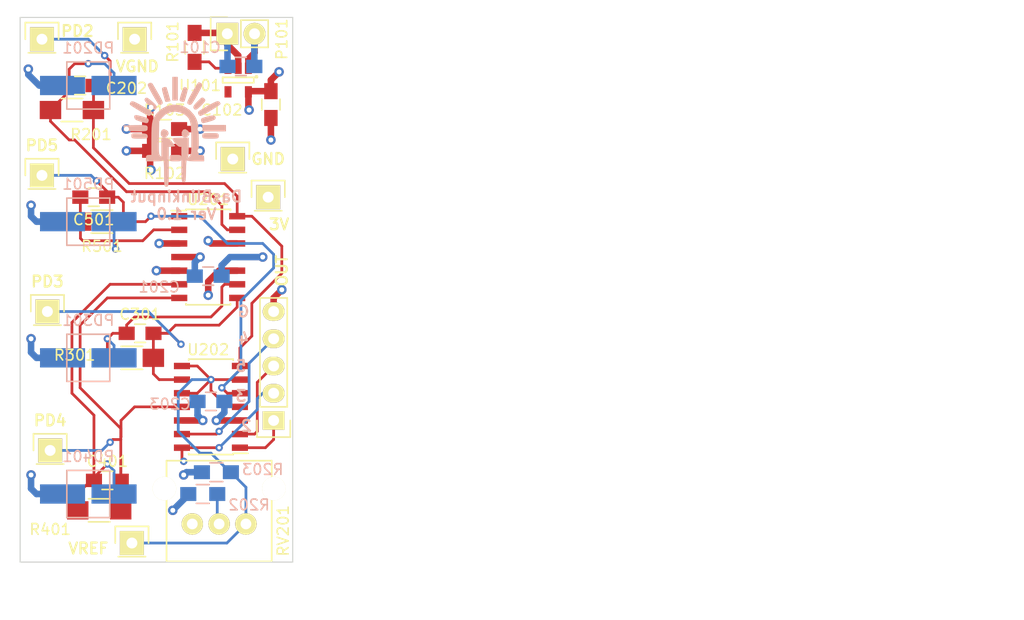
<source format=kicad_pcb>
(kicad_pcb (version 4) (host pcbnew 0.201505220134+5676~23~ubuntu14.04.1-product)

  (general
    (links 72)
    (no_connects 0)
    (area 74.847667 63.317 171.550001 124.027001)
    (thickness 1.6)
    (drawings 27)
    (tracks 276)
    (zones 0)
    (modules 36)
    (nets 22)
  )

  (page A4)
  (layers
    (0 F.Cu signal)
    (1 PWR.Cu signal hide)
    (2 GND.Cu signal hide)
    (31 B.Cu signal)
    (32 B.Adhes user)
    (33 F.Adhes user)
    (34 B.Paste user)
    (35 F.Paste user)
    (36 B.SilkS user)
    (37 F.SilkS user)
    (38 B.Mask user)
    (39 F.Mask user)
    (40 Dwgs.User user)
    (41 Cmts.User user)
    (42 Eco1.User user)
    (43 Eco2.User user)
    (44 Edge.Cuts user)
    (45 Margin user)
    (46 B.CrtYd user)
    (47 F.CrtYd user)
    (48 B.Fab user)
    (49 F.Fab user)
  )

  (setup
    (last_trace_width 0.254)
    (trace_clearance 0.254)
    (zone_clearance 0.254)
    (zone_45_only no)
    (trace_min 0.1524)
    (segment_width 0.2)
    (edge_width 0.1)
    (via_size 0.6858)
    (via_drill 0.3302)
    (via_min_size 0.6858)
    (via_min_drill 0.3302)
    (uvia_size 0.508)
    (uvia_drill 0.127)
    (uvias_allowed no)
    (uvia_min_size 0.508)
    (uvia_min_drill 0.127)
    (pcb_text_width 0.2032)
    (pcb_text_size 1.016 1.016)
    (mod_edge_width 0.15)
    (mod_text_size 1 1)
    (mod_text_width 0.15)
    (pad_size 1.5 1.5)
    (pad_drill 0.6)
    (pad_to_mask_clearance 0)
    (aux_axis_origin 0 0)
    (visible_elements FFFFFF7F)
    (pcbplotparams
      (layerselection 0x010f0_80000007)
      (usegerberextensions false)
      (excludeedgelayer true)
      (linewidth 0.100000)
      (plotframeref false)
      (viasonmask false)
      (mode 1)
      (useauxorigin false)
      (hpglpennumber 1)
      (hpglpenspeed 20)
      (hpglpendiameter 15)
      (hpglpenoverlay 2)
      (psnegative false)
      (psa4output false)
      (plotreference true)
      (plotvalue false)
      (plotinvisibletext false)
      (padsonsilk false)
      (subtractmaskfromsilk true)
      (outputformat 1)
      (mirror false)
      (drillshape 0)
      (scaleselection 1)
      (outputdirectory Gerbers/))
  )

  (net 0 "")
  (net 1 "Net-(C101-Pad1)")
  (net 2 GND)
  (net 3 3V)
  (net 4 "Net-(C202-Pad1)")
  (net 5 "Net-(C202-Pad2)")
  (net 6 "Net-(C301-Pad1)")
  (net 7 "Net-(C301-Pad2)")
  (net 8 "Net-(C401-Pad1)")
  (net 9 "Net-(C401-Pad2)")
  (net 10 "Net-(C501-Pad1)")
  (net 11 "Net-(C501-Pad2)")
  (net 12 VGND)
  (net 13 "Net-(R101-Pad1)")
  (net 14 /Channel2Photodetect/REF_IN)
  (net 15 "Net-(R203-Pad1)")
  (net 16 "Net-(U101-Pad4)")
  (net 17 "Net-(RV201-Pad1)")
  (net 18 /Channel1Photodetect/PD2)
  (net 19 /Channel2Photodetect/PD3)
  (net 20 /Channel3Photodetect/PD5)
  (net 21 /Channel4Photodetect/PD4)

  (net_class Default "This is the default net class."
    (clearance 0.254)
    (trace_width 0.254)
    (via_dia 0.6858)
    (via_drill 0.3302)
    (uvia_dia 0.508)
    (uvia_drill 0.127)
    (add_net /Channel1Photodetect/PD2)
    (add_net /Channel2Photodetect/PD3)
    (add_net /Channel2Photodetect/REF_IN)
    (add_net /Channel3Photodetect/PD5)
    (add_net /Channel4Photodetect/PD4)
    (add_net "Net-(C202-Pad1)")
    (add_net "Net-(C202-Pad2)")
    (add_net "Net-(C301-Pad1)")
    (add_net "Net-(C301-Pad2)")
    (add_net "Net-(C401-Pad1)")
    (add_net "Net-(C401-Pad2)")
    (add_net "Net-(C501-Pad1)")
    (add_net "Net-(C501-Pad2)")
    (add_net "Net-(R101-Pad1)")
    (add_net "Net-(R203-Pad1)")
    (add_net "Net-(RV201-Pad1)")
    (add_net "Net-(U101-Pad4)")
  )

  (net_class Power ""
    (clearance 0.254)
    (trace_width 0.6096)
    (via_dia 0.889)
    (via_drill 0.4572)
    (uvia_dia 0.508)
    (uvia_drill 0.127)
    (add_net 3V)
    (add_net GND)
    (add_net "Net-(C101-Pad1)")
    (add_net VGND)
  )

  (module Capacitors_SMD:C_0805_HandSoldering (layer B.Cu) (tedit 55616217) (tstamp 5556546A)
    (at 98.552 72.136 180)
    (descr "Capacitor SMD 0805, hand soldering")
    (tags "capacitor 0805")
    (path /555651D9)
    (attr smd)
    (fp_text reference C101 (at 3.81 1.778 180) (layer B.SilkS)
      (effects (font (size 1 1) (thickness 0.15)) (justify mirror))
    )
    (fp_text value 1U (at 0 -2.1 180) (layer B.Fab) hide
      (effects (font (size 1 1) (thickness 0.15)) (justify mirror))
    )
    (fp_line (start -2.3 1) (end 2.3 1) (layer B.CrtYd) (width 0.05))
    (fp_line (start -2.3 -1) (end 2.3 -1) (layer B.CrtYd) (width 0.05))
    (fp_line (start -2.3 1) (end -2.3 -1) (layer B.CrtYd) (width 0.05))
    (fp_line (start 2.3 1) (end 2.3 -1) (layer B.CrtYd) (width 0.05))
    (fp_line (start 0.5 0.85) (end -0.5 0.85) (layer B.SilkS) (width 0.15))
    (fp_line (start -0.5 -0.85) (end 0.5 -0.85) (layer B.SilkS) (width 0.15))
    (pad 1 smd rect (at -1.25 0 180) (size 1.5 1.25) (layers B.Cu B.Paste B.Mask)
      (net 1 "Net-(C101-Pad1)"))
    (pad 2 smd rect (at 1.25 0 180) (size 1.5 1.25) (layers B.Cu B.Paste B.Mask)
      (net 2 GND))
    (model Capacitors_SMD.3dshapes/C_0805_HandSoldering.wrl
      (at (xyz 0 0 0))
      (scale (xyz 1 1 1))
      (rotate (xyz 0 0 0))
    )
  )

  (module Capacitors_SMD:C_0805_HandSoldering (layer F.Cu) (tedit 55602983) (tstamp 55565470)
    (at 101.346 75.692 270)
    (descr "Capacitor SMD 0805, hand soldering")
    (tags "capacitor 0805")
    (path /55565240)
    (attr smd)
    (fp_text reference C102 (at 0.508 4.572 360) (layer F.SilkS)
      (effects (font (size 1 1) (thickness 0.15)))
    )
    (fp_text value 1U (at 0 2.1 270) (layer F.Fab) hide
      (effects (font (size 1 1) (thickness 0.15)))
    )
    (fp_line (start -2.3 -1) (end 2.3 -1) (layer F.CrtYd) (width 0.05))
    (fp_line (start -2.3 1) (end 2.3 1) (layer F.CrtYd) (width 0.05))
    (fp_line (start -2.3 -1) (end -2.3 1) (layer F.CrtYd) (width 0.05))
    (fp_line (start 2.3 -1) (end 2.3 1) (layer F.CrtYd) (width 0.05))
    (fp_line (start 0.5 -0.85) (end -0.5 -0.85) (layer F.SilkS) (width 0.15))
    (fp_line (start -0.5 0.85) (end 0.5 0.85) (layer F.SilkS) (width 0.15))
    (pad 1 smd rect (at -1.25 0 270) (size 1.5 1.25) (layers F.Cu F.Paste F.Mask)
      (net 3 3V))
    (pad 2 smd rect (at 1.25 0 270) (size 1.5 1.25) (layers F.Cu F.Paste F.Mask)
      (net 2 GND))
    (model Capacitors_SMD.3dshapes/C_0805_HandSoldering.wrl
      (at (xyz 0 0 0))
      (scale (xyz 1 1 1))
      (rotate (xyz 0 0 0))
    )
  )

  (module Capacitors_SMD:C_0805_HandSoldering (layer B.Cu) (tedit 556166F0) (tstamp 55565476)
    (at 95.504 91.694 180)
    (descr "Capacitor SMD 0805, hand soldering")
    (tags "capacitor 0805")
    (path /5552CD55/5552D53D)
    (attr smd)
    (fp_text reference C201 (at 4.572 -1.016 180) (layer B.SilkS)
      (effects (font (size 1 1) (thickness 0.15)) (justify mirror))
    )
    (fp_text value .1U (at 0 -2.1 180) (layer B.Fab) hide
      (effects (font (size 1 1) (thickness 0.15)) (justify mirror))
    )
    (fp_line (start -2.3 1) (end 2.3 1) (layer B.CrtYd) (width 0.05))
    (fp_line (start -2.3 -1) (end 2.3 -1) (layer B.CrtYd) (width 0.05))
    (fp_line (start -2.3 1) (end -2.3 -1) (layer B.CrtYd) (width 0.05))
    (fp_line (start 2.3 1) (end 2.3 -1) (layer B.CrtYd) (width 0.05))
    (fp_line (start 0.5 0.85) (end -0.5 0.85) (layer B.SilkS) (width 0.15))
    (fp_line (start -0.5 -0.85) (end 0.5 -0.85) (layer B.SilkS) (width 0.15))
    (pad 1 smd rect (at -1.25 0 180) (size 1.5 1.25) (layers B.Cu B.Paste B.Mask)
      (net 2 GND))
    (pad 2 smd rect (at 1.25 0 180) (size 1.5 1.25) (layers B.Cu B.Paste B.Mask)
      (net 3 3V))
    (model Capacitors_SMD.3dshapes/C_0805_HandSoldering.wrl
      (at (xyz 0 0 0))
      (scale (xyz 1 1 1))
      (rotate (xyz 0 0 0))
    )
  )

  (module Capacitors_SMD:C_0805_HandSoldering (layer F.Cu) (tedit 55602485) (tstamp 5556547C)
    (at 83.566 73.914 180)
    (descr "Capacitor SMD 0805, hand soldering")
    (tags "capacitor 0805")
    (path /5552CD55/5552D504)
    (attr smd)
    (fp_text reference C202 (at -4.318 -0.254 180) (layer F.SilkS)
      (effects (font (size 1 1) (thickness 0.15)))
    )
    (fp_text value 100p (at 0 2.1 180) (layer F.Fab) hide
      (effects (font (size 1 1) (thickness 0.15)))
    )
    (fp_line (start -2.3 -1) (end 2.3 -1) (layer F.CrtYd) (width 0.05))
    (fp_line (start -2.3 1) (end 2.3 1) (layer F.CrtYd) (width 0.05))
    (fp_line (start -2.3 -1) (end -2.3 1) (layer F.CrtYd) (width 0.05))
    (fp_line (start 2.3 -1) (end 2.3 1) (layer F.CrtYd) (width 0.05))
    (fp_line (start 0.5 -0.85) (end -0.5 -0.85) (layer F.SilkS) (width 0.15))
    (fp_line (start -0.5 0.85) (end 0.5 0.85) (layer F.SilkS) (width 0.15))
    (pad 1 smd rect (at -1.25 0 180) (size 1.5 1.25) (layers F.Cu F.Paste F.Mask)
      (net 4 "Net-(C202-Pad1)"))
    (pad 2 smd rect (at 1.25 0 180) (size 1.5 1.25) (layers F.Cu F.Paste F.Mask)
      (net 5 "Net-(C202-Pad2)"))
    (model Capacitors_SMD.3dshapes/C_0805_HandSoldering.wrl
      (at (xyz 0 0 0))
      (scale (xyz 1 1 1))
      (rotate (xyz 0 0 0))
    )
  )

  (module Capacitors_SMD:C_0805_HandSoldering (layer B.Cu) (tedit 556161D1) (tstamp 55565482)
    (at 95.758 103.378)
    (descr "Capacitor SMD 0805, hand soldering")
    (tags "capacitor 0805")
    (path /5552CD55/5552D589)
    (attr smd)
    (fp_text reference C203 (at -3.81 0.254) (layer B.SilkS)
      (effects (font (size 1 1) (thickness 0.15)) (justify mirror))
    )
    (fp_text value .1U (at 0 -2.1) (layer B.Fab) hide
      (effects (font (size 1 1) (thickness 0.15)) (justify mirror))
    )
    (fp_line (start -2.3 1) (end 2.3 1) (layer B.CrtYd) (width 0.05))
    (fp_line (start -2.3 -1) (end 2.3 -1) (layer B.CrtYd) (width 0.05))
    (fp_line (start -2.3 1) (end -2.3 -1) (layer B.CrtYd) (width 0.05))
    (fp_line (start 2.3 1) (end 2.3 -1) (layer B.CrtYd) (width 0.05))
    (fp_line (start 0.5 0.85) (end -0.5 0.85) (layer B.SilkS) (width 0.15))
    (fp_line (start -0.5 -0.85) (end 0.5 -0.85) (layer B.SilkS) (width 0.15))
    (pad 1 smd rect (at -1.25 0) (size 1.5 1.25) (layers B.Cu B.Paste B.Mask)
      (net 2 GND))
    (pad 2 smd rect (at 1.25 0) (size 1.5 1.25) (layers B.Cu B.Paste B.Mask)
      (net 3 3V))
    (model Capacitors_SMD.3dshapes/C_0805_HandSoldering.wrl
      (at (xyz 0 0 0))
      (scale (xyz 1 1 1))
      (rotate (xyz 0 0 0))
    )
  )

  (module Capacitors_SMD:C_0805_HandSoldering (layer F.Cu) (tedit 5560255E) (tstamp 5556548E)
    (at 86.106 110.744 180)
    (descr "Capacitor SMD 0805, hand soldering")
    (tags "capacitor 0805")
    (path /5552DDD1/5552FFB3)
    (attr smd)
    (fp_text reference C401 (at 0 1.778 180) (layer F.SilkS)
      (effects (font (size 1 1) (thickness 0.15)))
    )
    (fp_text value 100p (at 0 2.1 180) (layer F.Fab) hide
      (effects (font (size 1 1) (thickness 0.15)))
    )
    (fp_line (start -2.3 -1) (end 2.3 -1) (layer F.CrtYd) (width 0.05))
    (fp_line (start -2.3 1) (end 2.3 1) (layer F.CrtYd) (width 0.05))
    (fp_line (start -2.3 -1) (end -2.3 1) (layer F.CrtYd) (width 0.05))
    (fp_line (start 2.3 -1) (end 2.3 1) (layer F.CrtYd) (width 0.05))
    (fp_line (start 0.5 -0.85) (end -0.5 -0.85) (layer F.SilkS) (width 0.15))
    (fp_line (start -0.5 0.85) (end 0.5 0.85) (layer F.SilkS) (width 0.15))
    (pad 1 smd rect (at -1.25 0 180) (size 1.5 1.25) (layers F.Cu F.Paste F.Mask)
      (net 8 "Net-(C401-Pad1)"))
    (pad 2 smd rect (at 1.25 0 180) (size 1.5 1.25) (layers F.Cu F.Paste F.Mask)
      (net 9 "Net-(C401-Pad2)"))
    (model Capacitors_SMD.3dshapes/C_0805_HandSoldering.wrl
      (at (xyz 0 0 0))
      (scale (xyz 1 1 1))
      (rotate (xyz 0 0 0))
    )
  )

  (module Capacitors_SMD:C_0805_HandSoldering (layer F.Cu) (tedit 556016FB) (tstamp 55565494)
    (at 84.836 84.328 180)
    (descr "Capacitor SMD 0805, hand soldering")
    (tags "capacitor 0805")
    (path /5552DDCE/5552F9AB)
    (attr smd)
    (fp_text reference C501 (at 0 -2.1 180) (layer F.SilkS)
      (effects (font (size 1 1) (thickness 0.15)))
    )
    (fp_text value 100p (at 0 2.1 180) (layer F.Fab) hide
      (effects (font (size 1 1) (thickness 0.15)))
    )
    (fp_line (start -2.3 -1) (end 2.3 -1) (layer F.CrtYd) (width 0.05))
    (fp_line (start -2.3 1) (end 2.3 1) (layer F.CrtYd) (width 0.05))
    (fp_line (start -2.3 -1) (end -2.3 1) (layer F.CrtYd) (width 0.05))
    (fp_line (start 2.3 -1) (end 2.3 1) (layer F.CrtYd) (width 0.05))
    (fp_line (start 0.5 -0.85) (end -0.5 -0.85) (layer F.SilkS) (width 0.15))
    (fp_line (start -0.5 0.85) (end 0.5 0.85) (layer F.SilkS) (width 0.15))
    (pad 1 smd rect (at -1.25 0 180) (size 1.5 1.25) (layers F.Cu F.Paste F.Mask)
      (net 10 "Net-(C501-Pad1)"))
    (pad 2 smd rect (at 1.25 0 180) (size 1.5 1.25) (layers F.Cu F.Paste F.Mask)
      (net 11 "Net-(C501-Pad2)"))
    (model Capacitors_SMD.3dshapes/C_0805_HandSoldering.wrl
      (at (xyz 0 0 0))
      (scale (xyz 1 1 1))
      (rotate (xyz 0 0 0))
    )
  )

  (module Pin_Headers:Pin_Header_Straight_1x02 (layer F.Cu) (tedit 556016D2) (tstamp 5556549A)
    (at 97.282 69.088 90)
    (descr "Through hole pin header")
    (tags "pin header")
    (path /55563E64)
    (fp_text reference P101 (at -0.508 5.08 90) (layer F.SilkS)
      (effects (font (size 1 1) (thickness 0.15)))
    )
    (fp_text value CONN_01X02 (at 0 -3.1 90) (layer F.Fab) hide
      (effects (font (size 1 1) (thickness 0.15)))
    )
    (fp_line (start 1.27 1.27) (end 1.27 3.81) (layer F.SilkS) (width 0.15))
    (fp_line (start 1.55 -1.55) (end 1.55 0) (layer F.SilkS) (width 0.15))
    (fp_line (start -1.75 -1.75) (end -1.75 4.3) (layer F.CrtYd) (width 0.05))
    (fp_line (start 1.75 -1.75) (end 1.75 4.3) (layer F.CrtYd) (width 0.05))
    (fp_line (start -1.75 -1.75) (end 1.75 -1.75) (layer F.CrtYd) (width 0.05))
    (fp_line (start -1.75 4.3) (end 1.75 4.3) (layer F.CrtYd) (width 0.05))
    (fp_line (start 1.27 1.27) (end -1.27 1.27) (layer F.SilkS) (width 0.15))
    (fp_line (start -1.55 0) (end -1.55 -1.55) (layer F.SilkS) (width 0.15))
    (fp_line (start -1.55 -1.55) (end 1.55 -1.55) (layer F.SilkS) (width 0.15))
    (fp_line (start -1.27 1.27) (end -1.27 3.81) (layer F.SilkS) (width 0.15))
    (fp_line (start -1.27 3.81) (end 1.27 3.81) (layer F.SilkS) (width 0.15))
    (pad 1 thru_hole rect (at 0 0 90) (size 2.032 2.032) (drill 1.016) (layers *.Cu *.Mask F.SilkS)
      (net 2 GND))
    (pad 2 thru_hole oval (at 0 2.54 90) (size 2.032 2.032) (drill 1.016) (layers *.Cu *.Mask F.SilkS)
      (net 1 "Net-(C101-Pad1)"))
    (model Pin_Headers.3dshapes/Pin_Header_Straight_1x02.wrl
      (at (xyz 0 -0.05 0))
      (scale (xyz 1 1 1))
      (rotate (xyz 0 0 90))
    )
  )

  (module Resistors_SMD:R_0805_HandSoldering (layer F.Cu) (tedit 556024F5) (tstamp 555654CC)
    (at 94.234 70.358 90)
    (descr "Resistor SMD 0805, hand soldering")
    (tags "resistor 0805")
    (path /55566A0E)
    (attr smd)
    (fp_text reference R101 (at 0.508 -2.032 270) (layer F.SilkS)
      (effects (font (size 1 1) (thickness 0.15)))
    )
    (fp_text value 0 (at 0 2.1 90) (layer F.Fab) hide
      (effects (font (size 1 1) (thickness 0.15)))
    )
    (fp_line (start -2.4 -1) (end 2.4 -1) (layer F.CrtYd) (width 0.05))
    (fp_line (start -2.4 1) (end 2.4 1) (layer F.CrtYd) (width 0.05))
    (fp_line (start -2.4 -1) (end -2.4 1) (layer F.CrtYd) (width 0.05))
    (fp_line (start 2.4 -1) (end 2.4 1) (layer F.CrtYd) (width 0.05))
    (fp_line (start 0.6 0.875) (end -0.6 0.875) (layer F.SilkS) (width 0.15))
    (fp_line (start -0.6 -0.875) (end 0.6 -0.875) (layer F.SilkS) (width 0.15))
    (pad 1 smd rect (at -1.35 0 90) (size 1.5 1.3) (layers F.Cu F.Paste F.Mask)
      (net 13 "Net-(R101-Pad1)"))
    (pad 2 smd rect (at 1.35 0 90) (size 1.5 1.3) (layers F.Cu F.Paste F.Mask)
      (net 2 GND))
    (model Resistors_SMD.3dshapes/R_0805_HandSoldering.wrl
      (at (xyz 0 0 0))
      (scale (xyz 1 1 1))
      (rotate (xyz 0 0 0))
    )
  )

  (module Resistors_SMD:R_0805_HandSoldering (layer F.Cu) (tedit 55600F6A) (tstamp 555654D2)
    (at 91.44 80.01 180)
    (descr "Resistor SMD 0805, hand soldering")
    (tags "resistor 0805")
    (path /5556A99F)
    (attr smd)
    (fp_text reference R102 (at 0 -2.1 180) (layer F.SilkS)
      (effects (font (size 1 1) (thickness 0.15)))
    )
    (fp_text value 10K (at 0 2.1 180) (layer F.Fab) hide
      (effects (font (size 1 1) (thickness 0.15)))
    )
    (fp_line (start -2.4 -1) (end 2.4 -1) (layer F.CrtYd) (width 0.05))
    (fp_line (start -2.4 1) (end 2.4 1) (layer F.CrtYd) (width 0.05))
    (fp_line (start -2.4 -1) (end -2.4 1) (layer F.CrtYd) (width 0.05))
    (fp_line (start 2.4 -1) (end 2.4 1) (layer F.CrtYd) (width 0.05))
    (fp_line (start 0.6 0.875) (end -0.6 0.875) (layer F.SilkS) (width 0.15))
    (fp_line (start -0.6 -0.875) (end 0.6 -0.875) (layer F.SilkS) (width 0.15))
    (pad 1 smd rect (at -1.35 0 180) (size 1.5 1.3) (layers F.Cu F.Paste F.Mask)
      (net 3 3V))
    (pad 2 smd rect (at 1.35 0 180) (size 1.5 1.3) (layers F.Cu F.Paste F.Mask)
      (net 12 VGND))
    (model Resistors_SMD.3dshapes/R_0805_HandSoldering.wrl
      (at (xyz 0 0 0))
      (scale (xyz 1 1 1))
      (rotate (xyz 0 0 0))
    )
  )

  (module Resistors_SMD:R_0805_HandSoldering (layer F.Cu) (tedit 556024EC) (tstamp 555654D8)
    (at 91.44 77.978)
    (descr "Resistor SMD 0805, hand soldering")
    (tags "resistor 0805")
    (path /5556AA2C)
    (attr smd)
    (fp_text reference R103 (at 0 -1.778) (layer F.SilkS)
      (effects (font (size 1 1) (thickness 0.15)))
    )
    (fp_text value 10K (at 0 2.1) (layer F.Fab) hide
      (effects (font (size 1 1) (thickness 0.15)))
    )
    (fp_line (start -2.4 -1) (end 2.4 -1) (layer F.CrtYd) (width 0.05))
    (fp_line (start -2.4 1) (end 2.4 1) (layer F.CrtYd) (width 0.05))
    (fp_line (start -2.4 -1) (end -2.4 1) (layer F.CrtYd) (width 0.05))
    (fp_line (start 2.4 -1) (end 2.4 1) (layer F.CrtYd) (width 0.05))
    (fp_line (start 0.6 0.875) (end -0.6 0.875) (layer F.SilkS) (width 0.15))
    (fp_line (start -0.6 -0.875) (end 0.6 -0.875) (layer F.SilkS) (width 0.15))
    (pad 1 smd rect (at -1.35 0) (size 1.5 1.3) (layers F.Cu F.Paste F.Mask)
      (net 12 VGND))
    (pad 2 smd rect (at 1.35 0) (size 1.5 1.3) (layers F.Cu F.Paste F.Mask)
      (net 2 GND))
    (model Resistors_SMD.3dshapes/R_0805_HandSoldering.wrl
      (at (xyz 0 0 0))
      (scale (xyz 1 1 1))
      (rotate (xyz 0 0 0))
    )
  )

  (module Resistors_SMD:R_1206_HandSoldering (layer F.Cu) (tedit 5560173B) (tstamp 555654DE)
    (at 82.804 76.2 180)
    (descr "Resistor SMD 1206, hand soldering")
    (tags "resistor 1206")
    (path /5552CD55/5552D4FD)
    (attr smd)
    (fp_text reference R201 (at -1.778 -2.286 180) (layer F.SilkS)
      (effects (font (size 1 1) (thickness 0.15)))
    )
    (fp_text value 1MEG (at 0 2.3 180) (layer F.Fab) hide
      (effects (font (size 1 1) (thickness 0.15)))
    )
    (fp_line (start -3.3 -1.2) (end 3.3 -1.2) (layer F.CrtYd) (width 0.05))
    (fp_line (start -3.3 1.2) (end 3.3 1.2) (layer F.CrtYd) (width 0.05))
    (fp_line (start -3.3 -1.2) (end -3.3 1.2) (layer F.CrtYd) (width 0.05))
    (fp_line (start 3.3 -1.2) (end 3.3 1.2) (layer F.CrtYd) (width 0.05))
    (fp_line (start 1 1.075) (end -1 1.075) (layer F.SilkS) (width 0.15))
    (fp_line (start -1 -1.075) (end 1 -1.075) (layer F.SilkS) (width 0.15))
    (pad 1 smd rect (at -2 0 180) (size 2 1.7) (layers F.Cu F.Paste F.Mask)
      (net 4 "Net-(C202-Pad1)"))
    (pad 2 smd rect (at 2 0 180) (size 2 1.7) (layers F.Cu F.Paste F.Mask)
      (net 5 "Net-(C202-Pad2)"))
    (model Resistors_SMD.3dshapes/R_1206_HandSoldering.wrl
      (at (xyz 0 0 0))
      (scale (xyz 1 1 1))
      (rotate (xyz 0 0 0))
    )
  )

  (module Resistors_SMD:R_0805_HandSoldering (layer B.Cu) (tedit 556161D7) (tstamp 555654E4)
    (at 96.266 109.982)
    (descr "Resistor SMD 0805, hand soldering")
    (tags "resistor 0805")
    (path /5552CD55/5552D566)
    (attr smd)
    (fp_text reference R202 (at 3.048 3.048) (layer B.SilkS)
      (effects (font (size 1 1) (thickness 0.15)) (justify mirror))
    )
    (fp_text value 10K (at 0 -2.1) (layer B.Fab) hide
      (effects (font (size 1 1) (thickness 0.15)) (justify mirror))
    )
    (fp_line (start -2.4 1) (end 2.4 1) (layer B.CrtYd) (width 0.05))
    (fp_line (start -2.4 -1) (end 2.4 -1) (layer B.CrtYd) (width 0.05))
    (fp_line (start -2.4 1) (end -2.4 -1) (layer B.CrtYd) (width 0.05))
    (fp_line (start 2.4 1) (end 2.4 -1) (layer B.CrtYd) (width 0.05))
    (fp_line (start 0.6 -0.875) (end -0.6 -0.875) (layer B.SilkS) (width 0.15))
    (fp_line (start -0.6 0.875) (end 0.6 0.875) (layer B.SilkS) (width 0.15))
    (pad 1 smd rect (at -1.35 0) (size 1.5 1.3) (layers B.Cu B.Paste B.Mask)
      (net 2 GND))
    (pad 2 smd rect (at 1.35 0) (size 1.5 1.3) (layers B.Cu B.Paste B.Mask)
      (net 14 /Channel2Photodetect/REF_IN))
    (model Resistors_SMD.3dshapes/R_0805_HandSoldering.wrl
      (at (xyz 0 0 0))
      (scale (xyz 1 1 1))
      (rotate (xyz 0 0 0))
    )
  )

  (module Resistors_SMD:R_0805_HandSoldering (layer B.Cu) (tedit 556161C8) (tstamp 555654EA)
    (at 94.996 112.014 180)
    (descr "Resistor SMD 0805, hand soldering")
    (tags "resistor 0805")
    (path /5552CD55/5552D55F)
    (attr smd)
    (fp_text reference R203 (at -5.588 2.286 180) (layer B.SilkS)
      (effects (font (size 1 1) (thickness 0.15)) (justify mirror))
    )
    (fp_text value 10K (at 0 -2.1 180) (layer B.Fab) hide
      (effects (font (size 1 1) (thickness 0.15)) (justify mirror))
    )
    (fp_line (start -2.4 1) (end 2.4 1) (layer B.CrtYd) (width 0.05))
    (fp_line (start -2.4 -1) (end 2.4 -1) (layer B.CrtYd) (width 0.05))
    (fp_line (start -2.4 1) (end -2.4 -1) (layer B.CrtYd) (width 0.05))
    (fp_line (start 2.4 1) (end 2.4 -1) (layer B.CrtYd) (width 0.05))
    (fp_line (start 0.6 -0.875) (end -0.6 -0.875) (layer B.SilkS) (width 0.15))
    (fp_line (start -0.6 0.875) (end 0.6 0.875) (layer B.SilkS) (width 0.15))
    (pad 1 smd rect (at -1.35 0 180) (size 1.5 1.3) (layers B.Cu B.Paste B.Mask)
      (net 15 "Net-(R203-Pad1)"))
    (pad 2 smd rect (at 1.35 0 180) (size 1.5 1.3) (layers B.Cu B.Paste B.Mask)
      (net 3 3V))
    (model Resistors_SMD.3dshapes/R_0805_HandSoldering.wrl
      (at (xyz 0 0 0))
      (scale (xyz 1 1 1))
      (rotate (xyz 0 0 0))
    )
  )

  (module Resistors_SMD:R_1206_HandSoldering (layer F.Cu) (tedit 556025BC) (tstamp 555654F0)
    (at 88.392 99.314 180)
    (descr "Resistor SMD 1206, hand soldering")
    (tags "resistor 1206")
    (path /5552DDC5/5552E2CE)
    (attr smd)
    (fp_text reference R301 (at 5.334 0.254 180) (layer F.SilkS)
      (effects (font (size 1 1) (thickness 0.15)))
    )
    (fp_text value 1MEG (at 0 2.3 180) (layer F.Fab) hide
      (effects (font (size 1 1) (thickness 0.15)))
    )
    (fp_line (start -3.3 -1.2) (end 3.3 -1.2) (layer F.CrtYd) (width 0.05))
    (fp_line (start -3.3 1.2) (end 3.3 1.2) (layer F.CrtYd) (width 0.05))
    (fp_line (start -3.3 -1.2) (end -3.3 1.2) (layer F.CrtYd) (width 0.05))
    (fp_line (start 3.3 -1.2) (end 3.3 1.2) (layer F.CrtYd) (width 0.05))
    (fp_line (start 1 1.075) (end -1 1.075) (layer F.SilkS) (width 0.15))
    (fp_line (start -1 -1.075) (end 1 -1.075) (layer F.SilkS) (width 0.15))
    (pad 1 smd rect (at -2 0 180) (size 2 1.7) (layers F.Cu F.Paste F.Mask)
      (net 6 "Net-(C301-Pad1)"))
    (pad 2 smd rect (at 2 0 180) (size 2 1.7) (layers F.Cu F.Paste F.Mask)
      (net 7 "Net-(C301-Pad2)"))
    (model Resistors_SMD.3dshapes/R_1206_HandSoldering.wrl
      (at (xyz 0 0 0))
      (scale (xyz 1 1 1))
      (rotate (xyz 0 0 0))
    )
  )

  (module Resistors_SMD:R_1206_HandSoldering (layer F.Cu) (tedit 556160AF) (tstamp 555654F6)
    (at 85.344 113.538 180)
    (descr "Resistor SMD 1206, hand soldering")
    (tags "resistor 1206")
    (path /5552DDD1/5552FFAC)
    (attr smd)
    (fp_text reference R401 (at 4.572 -1.778 180) (layer F.SilkS)
      (effects (font (size 1 1) (thickness 0.15)))
    )
    (fp_text value 1MEG (at 0 2.3 180) (layer F.Fab) hide
      (effects (font (size 1 1) (thickness 0.15)))
    )
    (fp_line (start -3.3 -1.2) (end 3.3 -1.2) (layer F.CrtYd) (width 0.05))
    (fp_line (start -3.3 1.2) (end 3.3 1.2) (layer F.CrtYd) (width 0.05))
    (fp_line (start -3.3 -1.2) (end -3.3 1.2) (layer F.CrtYd) (width 0.05))
    (fp_line (start 3.3 -1.2) (end 3.3 1.2) (layer F.CrtYd) (width 0.05))
    (fp_line (start 1 1.075) (end -1 1.075) (layer F.SilkS) (width 0.15))
    (fp_line (start -1 -1.075) (end 1 -1.075) (layer F.SilkS) (width 0.15))
    (pad 1 smd rect (at -2 0 180) (size 2 1.7) (layers F.Cu F.Paste F.Mask)
      (net 8 "Net-(C401-Pad1)"))
    (pad 2 smd rect (at 2 0 180) (size 2 1.7) (layers F.Cu F.Paste F.Mask)
      (net 9 "Net-(C401-Pad2)"))
    (model Resistors_SMD.3dshapes/R_1206_HandSoldering.wrl
      (at (xyz 0 0 0))
      (scale (xyz 1 1 1))
      (rotate (xyz 0 0 0))
    )
  )

  (module Resistors_SMD:R_1206_HandSoldering (layer F.Cu) (tedit 556016FE) (tstamp 555654FC)
    (at 85.598 86.614 180)
    (descr "Resistor SMD 1206, hand soldering")
    (tags "resistor 1206")
    (path /5552DDCE/5552F9A4)
    (attr smd)
    (fp_text reference R501 (at 0 -2.3 180) (layer F.SilkS)
      (effects (font (size 1 1) (thickness 0.15)))
    )
    (fp_text value 1MEG (at 0 2.3 180) (layer F.Fab) hide
      (effects (font (size 1 1) (thickness 0.15)))
    )
    (fp_line (start -3.3 -1.2) (end 3.3 -1.2) (layer F.CrtYd) (width 0.05))
    (fp_line (start -3.3 1.2) (end 3.3 1.2) (layer F.CrtYd) (width 0.05))
    (fp_line (start -3.3 -1.2) (end -3.3 1.2) (layer F.CrtYd) (width 0.05))
    (fp_line (start 3.3 -1.2) (end 3.3 1.2) (layer F.CrtYd) (width 0.05))
    (fp_line (start 1 1.075) (end -1 1.075) (layer F.SilkS) (width 0.15))
    (fp_line (start -1 -1.075) (end 1 -1.075) (layer F.SilkS) (width 0.15))
    (pad 1 smd rect (at -2 0 180) (size 2 1.7) (layers F.Cu F.Paste F.Mask)
      (net 10 "Net-(C501-Pad1)"))
    (pad 2 smd rect (at 2 0 180) (size 2 1.7) (layers F.Cu F.Paste F.Mask)
      (net 11 "Net-(C501-Pad2)"))
    (model Resistors_SMD.3dshapes/R_1206_HandSoldering.wrl
      (at (xyz 0 0 0))
      (scale (xyz 1 1 1))
      (rotate (xyz 0 0 0))
    )
  )

  (module Housings_SOT-23_SOT-143_TSOT-6:SOT-23-5 (layer F.Cu) (tedit 55602509) (tstamp 55565505)
    (at 98.298 73.406 270)
    (descr "5-pin SOT23 package")
    (tags SOT-23-5)
    (path /55564A58)
    (attr smd)
    (fp_text reference U101 (at 0.508 3.556 360) (layer F.SilkS)
      (effects (font (size 1 1) (thickness 0.15)))
    )
    (fp_text value LP2980IM5-3.0/NOPB (at -0.05 2.35 270) (layer F.Fab) hide
      (effects (font (size 1 1) (thickness 0.15)))
    )
    (fp_line (start -1.8 -1.6) (end 1.8 -1.6) (layer F.CrtYd) (width 0.05))
    (fp_line (start 1.8 -1.6) (end 1.8 1.6) (layer F.CrtYd) (width 0.05))
    (fp_line (start 1.8 1.6) (end -1.8 1.6) (layer F.CrtYd) (width 0.05))
    (fp_line (start -1.8 1.6) (end -1.8 -1.6) (layer F.CrtYd) (width 0.05))
    (fp_circle (center -0.3 -1.7) (end -0.2 -1.7) (layer F.SilkS) (width 0.15))
    (fp_line (start 0.25 -1.45) (end -0.25 -1.45) (layer F.SilkS) (width 0.15))
    (fp_line (start 0.25 1.45) (end 0.25 -1.45) (layer F.SilkS) (width 0.15))
    (fp_line (start -0.25 1.45) (end 0.25 1.45) (layer F.SilkS) (width 0.15))
    (fp_line (start -0.25 -1.45) (end -0.25 1.45) (layer F.SilkS) (width 0.15))
    (pad 1 smd rect (at -1.1 -0.95 270) (size 1.06 0.65) (layers F.Cu F.Paste F.Mask)
      (net 1 "Net-(C101-Pad1)"))
    (pad 2 smd rect (at -1.1 0 270) (size 1.06 0.65) (layers F.Cu F.Paste F.Mask)
      (net 2 GND))
    (pad 3 smd rect (at -1.1 0.95 270) (size 1.06 0.65) (layers F.Cu F.Paste F.Mask)
      (net 13 "Net-(R101-Pad1)"))
    (pad 4 smd rect (at 1.1 0.95 270) (size 1.06 0.65) (layers F.Cu F.Paste F.Mask)
      (net 16 "Net-(U101-Pad4)"))
    (pad 5 smd rect (at 1.1 -0.95 270) (size 1.06 0.65) (layers F.Cu F.Paste F.Mask)
      (net 3 3V))
    (model Housings_SOT-23_SOT-143_TSOT-6.3dshapes/SOT-23-5.wrl
      (at (xyz 0 0 0))
      (scale (xyz 0.11 0.11 0.11))
      (rotate (xyz 0 0 90))
    )
  )

  (module Housings_SOIC:SOIC-14_3.9x8.7mm_Pitch1.27mm (layer F.Cu) (tedit 55601600) (tstamp 55565517)
    (at 95.504 89.916)
    (descr "14-Lead Plastic Small Outline (SL) - Narrow, 3.90 mm Body [SOIC] (see Microchip Packaging Specification 00000049BS.pdf)")
    (tags "SOIC 1.27")
    (path /5552CD55/5552D50D)
    (attr smd)
    (fp_text reference U201 (at 0 -5.375) (layer F.SilkS)
      (effects (font (size 1 1) (thickness 0.15)))
    )
    (fp_text value MCP6404 (at 0 5.375) (layer F.Fab) hide
      (effects (font (size 1 1) (thickness 0.15)))
    )
    (fp_line (start -3.7 -4.65) (end -3.7 4.65) (layer F.CrtYd) (width 0.05))
    (fp_line (start 3.7 -4.65) (end 3.7 4.65) (layer F.CrtYd) (width 0.05))
    (fp_line (start -3.7 -4.65) (end 3.7 -4.65) (layer F.CrtYd) (width 0.05))
    (fp_line (start -3.7 4.65) (end 3.7 4.65) (layer F.CrtYd) (width 0.05))
    (fp_line (start -2.075 -4.45) (end -2.075 -4.335) (layer F.SilkS) (width 0.15))
    (fp_line (start 2.075 -4.45) (end 2.075 -4.335) (layer F.SilkS) (width 0.15))
    (fp_line (start 2.075 4.45) (end 2.075 4.335) (layer F.SilkS) (width 0.15))
    (fp_line (start -2.075 4.45) (end -2.075 4.335) (layer F.SilkS) (width 0.15))
    (fp_line (start -2.075 -4.45) (end 2.075 -4.45) (layer F.SilkS) (width 0.15))
    (fp_line (start -2.075 4.45) (end 2.075 4.45) (layer F.SilkS) (width 0.15))
    (fp_line (start -2.075 -4.335) (end -3.45 -4.335) (layer F.SilkS) (width 0.15))
    (pad 1 smd rect (at -2.7 -3.81) (size 1.5 0.6) (layers F.Cu F.Paste F.Mask)
      (net 10 "Net-(C501-Pad1)"))
    (pad 2 smd rect (at -2.7 -2.54) (size 1.5 0.6) (layers F.Cu F.Paste F.Mask)
      (net 11 "Net-(C501-Pad2)"))
    (pad 3 smd rect (at -2.7 -1.27) (size 1.5 0.6) (layers F.Cu F.Paste F.Mask)
      (net 12 VGND))
    (pad 4 smd rect (at -2.7 0) (size 1.5 0.6) (layers F.Cu F.Paste F.Mask)
      (net 3 3V))
    (pad 5 smd rect (at -2.7 1.27) (size 1.5 0.6) (layers F.Cu F.Paste F.Mask)
      (net 12 VGND))
    (pad 6 smd rect (at -2.7 2.54) (size 1.5 0.6) (layers F.Cu F.Paste F.Mask)
      (net 9 "Net-(C401-Pad2)"))
    (pad 7 smd rect (at -2.7 3.81) (size 1.5 0.6) (layers F.Cu F.Paste F.Mask)
      (net 8 "Net-(C401-Pad1)"))
    (pad 8 smd rect (at 2.7 3.81) (size 1.5 0.6) (layers F.Cu F.Paste F.Mask)
      (net 6 "Net-(C301-Pad1)"))
    (pad 9 smd rect (at 2.7 2.54) (size 1.5 0.6) (layers F.Cu F.Paste F.Mask)
      (net 7 "Net-(C301-Pad2)"))
    (pad 10 smd rect (at 2.7 1.27) (size 1.5 0.6) (layers F.Cu F.Paste F.Mask)
      (net 12 VGND))
    (pad 11 smd rect (at 2.7 0) (size 1.5 0.6) (layers F.Cu F.Paste F.Mask)
      (net 2 GND))
    (pad 12 smd rect (at 2.7 -1.27) (size 1.5 0.6) (layers F.Cu F.Paste F.Mask)
      (net 12 VGND))
    (pad 13 smd rect (at 2.7 -2.54) (size 1.5 0.6) (layers F.Cu F.Paste F.Mask)
      (net 5 "Net-(C202-Pad2)"))
    (pad 14 smd rect (at 2.7 -3.81) (size 1.5 0.6) (layers F.Cu F.Paste F.Mask)
      (net 4 "Net-(C202-Pad1)"))
    (model Housings_SOIC.3dshapes/SOIC-14_3.9x8.7mm_Pitch1.27mm.wrl
      (at (xyz 0 0 0))
      (scale (xyz 1 1 1))
      (rotate (xyz 0 0 0))
    )
  )

  (module Housings_SOIC:SOIC-14_3.9x8.7mm_Pitch1.27mm (layer F.Cu) (tedit 556025BA) (tstamp 55565529)
    (at 95.758 103.886 180)
    (descr "14-Lead Plastic Small Outline (SL) - Narrow, 3.90 mm Body [SOIC] (see Microchip Packaging Specification 00000049BS.pdf)")
    (tags "SOIC 1.27")
    (path /5552CD55/5552D556)
    (attr smd)
    (fp_text reference U202 (at 0.254 5.334 180) (layer F.SilkS)
      (effects (font (size 1 1) (thickness 0.15)))
    )
    (fp_text value LM339 (at 0 5.375 180) (layer F.Fab) hide
      (effects (font (size 1 1) (thickness 0.15)))
    )
    (fp_line (start -3.7 -4.65) (end -3.7 4.65) (layer F.CrtYd) (width 0.05))
    (fp_line (start 3.7 -4.65) (end 3.7 4.65) (layer F.CrtYd) (width 0.05))
    (fp_line (start -3.7 -4.65) (end 3.7 -4.65) (layer F.CrtYd) (width 0.05))
    (fp_line (start -3.7 4.65) (end 3.7 4.65) (layer F.CrtYd) (width 0.05))
    (fp_line (start -2.075 -4.45) (end -2.075 -4.335) (layer F.SilkS) (width 0.15))
    (fp_line (start 2.075 -4.45) (end 2.075 -4.335) (layer F.SilkS) (width 0.15))
    (fp_line (start 2.075 4.45) (end 2.075 4.335) (layer F.SilkS) (width 0.15))
    (fp_line (start -2.075 4.45) (end -2.075 4.335) (layer F.SilkS) (width 0.15))
    (fp_line (start -2.075 -4.45) (end 2.075 -4.45) (layer F.SilkS) (width 0.15))
    (fp_line (start -2.075 4.45) (end 2.075 4.45) (layer F.SilkS) (width 0.15))
    (fp_line (start -2.075 -4.335) (end -3.45 -4.335) (layer F.SilkS) (width 0.15))
    (pad 1 smd rect (at -2.7 -3.81 180) (size 1.5 0.6) (layers F.Cu F.Paste F.Mask)
      (net 18 /Channel1Photodetect/PD2))
    (pad 2 smd rect (at -2.7 -2.54 180) (size 1.5 0.6) (layers F.Cu F.Paste F.Mask)
      (net 20 /Channel3Photodetect/PD5))
    (pad 3 smd rect (at -2.7 -1.27 180) (size 1.5 0.6) (layers F.Cu F.Paste F.Mask)
      (net 3 3V))
    (pad 4 smd rect (at -2.7 0 180) (size 1.5 0.6) (layers F.Cu F.Paste F.Mask)
      (net 14 /Channel2Photodetect/REF_IN))
    (pad 5 smd rect (at -2.7 1.27 180) (size 1.5 0.6) (layers F.Cu F.Paste F.Mask)
      (net 10 "Net-(C501-Pad1)"))
    (pad 6 smd rect (at -2.7 2.54 180) (size 1.5 0.6) (layers F.Cu F.Paste F.Mask)
      (net 14 /Channel2Photodetect/REF_IN))
    (pad 7 smd rect (at -2.7 3.81 180) (size 1.5 0.6) (layers F.Cu F.Paste F.Mask)
      (net 4 "Net-(C202-Pad1)"))
    (pad 8 smd rect (at 2.7 3.81 180) (size 1.5 0.6) (layers F.Cu F.Paste F.Mask)
      (net 14 /Channel2Photodetect/REF_IN))
    (pad 9 smd rect (at 2.7 2.54 180) (size 1.5 0.6) (layers F.Cu F.Paste F.Mask)
      (net 6 "Net-(C301-Pad1)"))
    (pad 10 smd rect (at 2.7 1.27 180) (size 1.5 0.6) (layers F.Cu F.Paste F.Mask)
      (net 14 /Channel2Photodetect/REF_IN))
    (pad 11 smd rect (at 2.7 0 180) (size 1.5 0.6) (layers F.Cu F.Paste F.Mask)
      (net 8 "Net-(C401-Pad1)"))
    (pad 12 smd rect (at 2.7 -1.27 180) (size 1.5 0.6) (layers F.Cu F.Paste F.Mask)
      (net 2 GND))
    (pad 13 smd rect (at 2.7 -2.54 180) (size 1.5 0.6) (layers F.Cu F.Paste F.Mask)
      (net 21 /Channel4Photodetect/PD4))
    (pad 14 smd rect (at 2.7 -3.81 180) (size 1.5 0.6) (layers F.Cu F.Paste F.Mask)
      (net 19 /Channel2Photodetect/PD3))
    (model Housings_SOIC.3dshapes/SOIC-14_3.9x8.7mm_Pitch1.27mm.wrl
      (at (xyz 0 0 0))
      (scale (xyz 1 1 1))
      (rotate (xyz 0 0 0))
    )
  )

  (module DasBlinkinput:VPW34SR* locked (layer B.Cu) (tedit 556015C5) (tstamp 555A051E)
    (at 84.328 73.914)
    (path /5552CD55/5552D516)
    (fp_text reference PD201 (at 0 -3.5) (layer B.SilkS)
      (effects (font (size 1 1) (thickness 0.15)) (justify mirror))
    )
    (fp_text value VBPW34SR (at 0.3 3.3) (layer B.Fab) hide
      (effects (font (size 1 1) (thickness 0.15)) (justify mirror))
    )
    (fp_line (start -2 2.2) (end -2 -2.2) (layer B.SilkS) (width 0.15))
    (fp_line (start -2 -2.2) (end 2 -2.2) (layer B.SilkS) (width 0.15))
    (fp_line (start 2 2.2) (end 2 -2.2) (layer B.SilkS) (width 0.15))
    (fp_line (start -2 2.2) (end 2 2.2) (layer B.SilkS) (width 0.15))
    (pad 1 smd rect (at -2.4 0) (size 4.2 1.8) (layers B.Cu B.Paste B.Mask)
      (net 12 VGND))
    (pad 2 smd rect (at 2.4 0) (size 4.2 1.8) (layers B.Cu B.Paste B.Mask)
      (net 5 "Net-(C202-Pad2)"))
  )

  (module DasBlinkinput:VPW34SR* locked (layer B.Cu) (tedit 556015CF) (tstamp 555D7F5F)
    (at 84.328 99.314)
    (path /5552DDC5/5552E2E7)
    (fp_text reference PD301 (at 0 -3.5) (layer B.SilkS)
      (effects (font (size 1 1) (thickness 0.15)) (justify mirror))
    )
    (fp_text value VBPW34SR (at 0.3 3.3) (layer B.Fab) hide
      (effects (font (size 1 1) (thickness 0.15)) (justify mirror))
    )
    (fp_line (start -2 2.2) (end -2 -2.2) (layer B.SilkS) (width 0.15))
    (fp_line (start -2 -2.2) (end 2 -2.2) (layer B.SilkS) (width 0.15))
    (fp_line (start 2 2.2) (end 2 -2.2) (layer B.SilkS) (width 0.15))
    (fp_line (start -2 2.2) (end 2 2.2) (layer B.SilkS) (width 0.15))
    (pad 1 smd rect (at -2.4 0) (size 4.2 1.8) (layers B.Cu B.Paste B.Mask)
      (net 12 VGND))
    (pad 2 smd rect (at 2.4 0) (size 4.2 1.8) (layers B.Cu B.Paste B.Mask)
      (net 7 "Net-(C301-Pad2)"))
  )

  (module DasBlinkinput:VPW34SR* locked (layer B.Cu) (tedit 556015D1) (tstamp 555D7F68)
    (at 84.328 112.014)
    (path /5552DDD1/5552FFC5)
    (fp_text reference PD401 (at 0 -3.5) (layer B.SilkS)
      (effects (font (size 1 1) (thickness 0.15)) (justify mirror))
    )
    (fp_text value VBPW34SR (at 0.3 3.3) (layer B.Fab) hide
      (effects (font (size 1 1) (thickness 0.15)) (justify mirror))
    )
    (fp_line (start -2 2.2) (end -2 -2.2) (layer B.SilkS) (width 0.15))
    (fp_line (start -2 -2.2) (end 2 -2.2) (layer B.SilkS) (width 0.15))
    (fp_line (start 2 2.2) (end 2 -2.2) (layer B.SilkS) (width 0.15))
    (fp_line (start -2 2.2) (end 2 2.2) (layer B.SilkS) (width 0.15))
    (pad 1 smd rect (at -2.4 0) (size 4.2 1.8) (layers B.Cu B.Paste B.Mask)
      (net 12 VGND))
    (pad 2 smd rect (at 2.4 0) (size 4.2 1.8) (layers B.Cu B.Paste B.Mask)
      (net 9 "Net-(C401-Pad2)"))
  )

  (module DasBlinkinput:VPW34SR* locked (layer B.Cu) (tedit 556015C9) (tstamp 555D7F71)
    (at 84.328 86.614)
    (path /5552DDCE/5552F9BD)
    (fp_text reference PD501 (at 0 -3.5) (layer B.SilkS)
      (effects (font (size 1 1) (thickness 0.15)) (justify mirror))
    )
    (fp_text value VBPW34SR (at 0.3 3.3) (layer B.Fab) hide
      (effects (font (size 1 1) (thickness 0.15)) (justify mirror))
    )
    (fp_line (start -2 2.2) (end -2 -2.2) (layer B.SilkS) (width 0.15))
    (fp_line (start -2 -2.2) (end 2 -2.2) (layer B.SilkS) (width 0.15))
    (fp_line (start 2 2.2) (end 2 -2.2) (layer B.SilkS) (width 0.15))
    (fp_line (start -2 2.2) (end 2 2.2) (layer B.SilkS) (width 0.15))
    (pad 1 smd rect (at -2.4 0) (size 4.2 1.8) (layers B.Cu B.Paste B.Mask)
      (net 12 VGND))
    (pad 2 smd rect (at 2.4 0) (size 4.2 1.8) (layers B.Cu B.Paste B.Mask)
      (net 11 "Net-(C501-Pad2)"))
  )

  (module Capacitors_SMD:C_0805_HandSoldering (layer F.Cu) (tedit 5560133F) (tstamp 5560129E)
    (at 89.154 97.028 180)
    (descr "Capacitor SMD 0805, hand soldering")
    (tags "capacitor 0805")
    (path /5552DDC5/5552E2D5)
    (attr smd)
    (fp_text reference C301 (at 0 1.778 180) (layer F.SilkS)
      (effects (font (size 1 1) (thickness 0.15)))
    )
    (fp_text value 100p (at 0 2.1 180) (layer F.Fab) hide
      (effects (font (size 1 1) (thickness 0.15)))
    )
    (fp_line (start -2.3 -1) (end 2.3 -1) (layer F.CrtYd) (width 0.05))
    (fp_line (start -2.3 1) (end 2.3 1) (layer F.CrtYd) (width 0.05))
    (fp_line (start -2.3 -1) (end -2.3 1) (layer F.CrtYd) (width 0.05))
    (fp_line (start 2.3 -1) (end 2.3 1) (layer F.CrtYd) (width 0.05))
    (fp_line (start 0.5 -0.85) (end -0.5 -0.85) (layer F.SilkS) (width 0.15))
    (fp_line (start -0.5 0.85) (end 0.5 0.85) (layer F.SilkS) (width 0.15))
    (pad 1 smd rect (at -1.25 0 180) (size 1.5 1.25) (layers F.Cu F.Paste F.Mask)
      (net 6 "Net-(C301-Pad1)"))
    (pad 2 smd rect (at 1.25 0 180) (size 1.5 1.25) (layers F.Cu F.Paste F.Mask)
      (net 7 "Net-(C301-Pad2)"))
    (model Capacitors_SMD.3dshapes/C_0805_HandSoldering.wrl
      (at (xyz 0 0 0))
      (scale (xyz 1 1 1))
      (rotate (xyz 0 0 0))
    )
  )

  (module Pin_Headers:Pin_Header_Straight_1x05 (layer F.Cu) (tedit 55602AAA) (tstamp 556026C1)
    (at 101.6 105.156 180)
    (descr "Through hole pin header")
    (tags "pin header")
    (path /55562432)
    (fp_text reference P105 (at -1.016 -3.81 270) (layer F.SilkS) hide
      (effects (font (size 1 1) (thickness 0.15)))
    )
    (fp_text value CONN_01X05 (at 0 -3.1 180) (layer F.Fab) hide
      (effects (font (size 1 1) (thickness 0.15)))
    )
    (fp_line (start -1.55 0) (end -1.55 -1.55) (layer F.SilkS) (width 0.15))
    (fp_line (start -1.55 -1.55) (end 1.55 -1.55) (layer F.SilkS) (width 0.15))
    (fp_line (start 1.55 -1.55) (end 1.55 0) (layer F.SilkS) (width 0.15))
    (fp_line (start -1.75 -1.75) (end -1.75 11.95) (layer F.CrtYd) (width 0.05))
    (fp_line (start 1.75 -1.75) (end 1.75 11.95) (layer F.CrtYd) (width 0.05))
    (fp_line (start -1.75 -1.75) (end 1.75 -1.75) (layer F.CrtYd) (width 0.05))
    (fp_line (start -1.75 11.95) (end 1.75 11.95) (layer F.CrtYd) (width 0.05))
    (fp_line (start 1.27 1.27) (end 1.27 11.43) (layer F.SilkS) (width 0.15))
    (fp_line (start 1.27 11.43) (end -1.27 11.43) (layer F.SilkS) (width 0.15))
    (fp_line (start -1.27 11.43) (end -1.27 1.27) (layer F.SilkS) (width 0.15))
    (fp_line (start 1.27 1.27) (end -1.27 1.27) (layer F.SilkS) (width 0.15))
    (pad 1 thru_hole rect (at 0 0 180) (size 2.032 1.7272) (drill 1.016) (layers *.Cu *.Mask F.SilkS)
      (net 18 /Channel1Photodetect/PD2))
    (pad 2 thru_hole oval (at 0 2.54 180) (size 2.032 1.7272) (drill 1.016) (layers *.Cu *.Mask F.SilkS)
      (net 19 /Channel2Photodetect/PD3))
    (pad 3 thru_hole oval (at 0 5.08 180) (size 2.032 1.7272) (drill 1.016) (layers *.Cu *.Mask F.SilkS)
      (net 20 /Channel3Photodetect/PD5))
    (pad 4 thru_hole oval (at 0 7.62 180) (size 2.032 1.7272) (drill 1.016) (layers *.Cu *.Mask F.SilkS)
      (net 21 /Channel4Photodetect/PD4))
    (pad 5 thru_hole oval (at 0 10.16 180) (size 2.032 1.7272) (drill 1.016) (layers *.Cu *.Mask F.SilkS)
      (net 2 GND))
    (model Pin_Headers.3dshapes/Pin_Header_Straight_1x05.wrl
      (at (xyz 0 -0.2 0))
      (scale (xyz 1 1 1))
      (rotate (xyz 0 0 90))
    )
  )

  (module Pin_Headers:Pin_Header_Straight_1x01 (layer F.Cu) (tedit 556028B6) (tstamp 55602D43)
    (at 88.646 69.596)
    (descr "Through hole pin header")
    (tags "pin header")
    (path /555640A4)
    (fp_text reference P102 (at 0 -5.1) (layer F.SilkS) hide
      (effects (font (size 1 1) (thickness 0.15)))
    )
    (fp_text value CONN_01X01 (at 0 -3.1) (layer F.Fab) hide
      (effects (font (size 1 1) (thickness 0.15)))
    )
    (fp_line (start 1.55 -1.55) (end 1.55 0) (layer F.SilkS) (width 0.15))
    (fp_line (start -1.75 -1.75) (end -1.75 1.75) (layer F.CrtYd) (width 0.05))
    (fp_line (start 1.75 -1.75) (end 1.75 1.75) (layer F.CrtYd) (width 0.05))
    (fp_line (start -1.75 -1.75) (end 1.75 -1.75) (layer F.CrtYd) (width 0.05))
    (fp_line (start -1.75 1.75) (end 1.75 1.75) (layer F.CrtYd) (width 0.05))
    (fp_line (start -1.55 0) (end -1.55 -1.55) (layer F.SilkS) (width 0.15))
    (fp_line (start -1.55 -1.55) (end 1.55 -1.55) (layer F.SilkS) (width 0.15))
    (fp_line (start -1.27 1.27) (end 1.27 1.27) (layer F.SilkS) (width 0.15))
    (pad 1 thru_hole rect (at 0 0) (size 2.2352 2.2352) (drill 1.016) (layers *.Cu *.Mask F.SilkS)
      (net 12 VGND))
    (model Pin_Headers.3dshapes/Pin_Header_Straight_1x01.wrl
      (at (xyz 0 0 0))
      (scale (xyz 1 1 1))
      (rotate (xyz 0 0 90))
    )
  )

  (module Pin_Headers:Pin_Header_Straight_1x01 (layer F.Cu) (tedit 556028FF) (tstamp 55602D48)
    (at 101.092 84.328)
    (descr "Through hole pin header")
    (tags "pin header")
    (path /55563D09)
    (fp_text reference P103 (at 0 -5.1) (layer F.SilkS) hide
      (effects (font (size 1 1) (thickness 0.15)))
    )
    (fp_text value CONN_01X01 (at 0 -3.1) (layer F.Fab) hide
      (effects (font (size 1 1) (thickness 0.15)))
    )
    (fp_line (start 1.55 -1.55) (end 1.55 0) (layer F.SilkS) (width 0.15))
    (fp_line (start -1.75 -1.75) (end -1.75 1.75) (layer F.CrtYd) (width 0.05))
    (fp_line (start 1.75 -1.75) (end 1.75 1.75) (layer F.CrtYd) (width 0.05))
    (fp_line (start -1.75 -1.75) (end 1.75 -1.75) (layer F.CrtYd) (width 0.05))
    (fp_line (start -1.75 1.75) (end 1.75 1.75) (layer F.CrtYd) (width 0.05))
    (fp_line (start -1.55 0) (end -1.55 -1.55) (layer F.SilkS) (width 0.15))
    (fp_line (start -1.55 -1.55) (end 1.55 -1.55) (layer F.SilkS) (width 0.15))
    (fp_line (start -1.27 1.27) (end 1.27 1.27) (layer F.SilkS) (width 0.15))
    (pad 1 thru_hole rect (at 0 0) (size 2.2352 2.2352) (drill 1.016) (layers *.Cu *.Mask F.SilkS)
      (net 3 3V))
    (model Pin_Headers.3dshapes/Pin_Header_Straight_1x01.wrl
      (at (xyz 0 0 0))
      (scale (xyz 1 1 1))
      (rotate (xyz 0 0 90))
    )
  )

  (module Pin_Headers:Pin_Header_Straight_1x01 (layer F.Cu) (tedit 5560297B) (tstamp 55602D4D)
    (at 97.79 80.772)
    (descr "Through hole pin header")
    (tags "pin header")
    (path /5556454C)
    (fp_text reference P104 (at 0 -5.1) (layer F.SilkS) hide
      (effects (font (size 1 1) (thickness 0.15)))
    )
    (fp_text value CONN_01X01 (at 0 -3.1) (layer F.Fab) hide
      (effects (font (size 1 1) (thickness 0.15)))
    )
    (fp_line (start 1.55 -1.55) (end 1.55 0) (layer F.SilkS) (width 0.15))
    (fp_line (start -1.75 -1.75) (end -1.75 1.75) (layer F.CrtYd) (width 0.05))
    (fp_line (start 1.75 -1.75) (end 1.75 1.75) (layer F.CrtYd) (width 0.05))
    (fp_line (start -1.75 -1.75) (end 1.75 -1.75) (layer F.CrtYd) (width 0.05))
    (fp_line (start -1.75 1.75) (end 1.75 1.75) (layer F.CrtYd) (width 0.05))
    (fp_line (start -1.55 0) (end -1.55 -1.55) (layer F.SilkS) (width 0.15))
    (fp_line (start -1.55 -1.55) (end 1.55 -1.55) (layer F.SilkS) (width 0.15))
    (fp_line (start -1.27 1.27) (end 1.27 1.27) (layer F.SilkS) (width 0.15))
    (pad 1 thru_hole rect (at 0 0) (size 2.2352 2.2352) (drill 1.016) (layers *.Cu *.Mask F.SilkS)
      (net 2 GND))
    (model Pin_Headers.3dshapes/Pin_Header_Straight_1x01.wrl
      (at (xyz 0 0 0))
      (scale (xyz 1 1 1))
      (rotate (xyz 0 0 90))
    )
  )

  (module Pin_Headers:Pin_Header_Straight_1x01 (layer F.Cu) (tedit 556029A0) (tstamp 55602D52)
    (at 88.392 116.586)
    (descr "Through hole pin header")
    (tags "pin header")
    (path /5560D7BE)
    (fp_text reference P106 (at 0 -5.1) (layer F.SilkS) hide
      (effects (font (size 1 1) (thickness 0.15)))
    )
    (fp_text value CONN_01X01 (at 0 -3.1) (layer F.Fab) hide
      (effects (font (size 1 1) (thickness 0.15)))
    )
    (fp_line (start 1.55 -1.55) (end 1.55 0) (layer F.SilkS) (width 0.15))
    (fp_line (start -1.75 -1.75) (end -1.75 1.75) (layer F.CrtYd) (width 0.05))
    (fp_line (start 1.75 -1.75) (end 1.75 1.75) (layer F.CrtYd) (width 0.05))
    (fp_line (start -1.75 -1.75) (end 1.75 -1.75) (layer F.CrtYd) (width 0.05))
    (fp_line (start -1.75 1.75) (end 1.75 1.75) (layer F.CrtYd) (width 0.05))
    (fp_line (start -1.55 0) (end -1.55 -1.55) (layer F.SilkS) (width 0.15))
    (fp_line (start -1.55 -1.55) (end 1.55 -1.55) (layer F.SilkS) (width 0.15))
    (fp_line (start -1.27 1.27) (end 1.27 1.27) (layer F.SilkS) (width 0.15))
    (pad 1 thru_hole rect (at 0 0) (size 2.2352 2.2352) (drill 1.016) (layers *.Cu *.Mask F.SilkS)
      (net 14 /Channel2Photodetect/REF_IN))
    (model Pin_Headers.3dshapes/Pin_Header_Straight_1x01.wrl
      (at (xyz 0 0 0))
      (scale (xyz 1 1 1))
      (rotate (xyz 0 0 90))
    )
  )

  (module Pin_Headers:Pin_Header_Straight_1x01 (layer F.Cu) (tedit 55602A15) (tstamp 55602D57)
    (at 80.01 69.596)
    (descr "Through hole pin header")
    (tags "pin header")
    (path /5552CD55/55569411)
    (fp_text reference P201 (at 0 -5.1) (layer F.SilkS) hide
      (effects (font (size 1 1) (thickness 0.15)))
    )
    (fp_text value CONN_01X01 (at 0 -3.1) (layer F.Fab) hide
      (effects (font (size 1 1) (thickness 0.15)))
    )
    (fp_line (start 1.55 -1.55) (end 1.55 0) (layer F.SilkS) (width 0.15))
    (fp_line (start -1.75 -1.75) (end -1.75 1.75) (layer F.CrtYd) (width 0.05))
    (fp_line (start 1.75 -1.75) (end 1.75 1.75) (layer F.CrtYd) (width 0.05))
    (fp_line (start -1.75 -1.75) (end 1.75 -1.75) (layer F.CrtYd) (width 0.05))
    (fp_line (start -1.75 1.75) (end 1.75 1.75) (layer F.CrtYd) (width 0.05))
    (fp_line (start -1.55 0) (end -1.55 -1.55) (layer F.SilkS) (width 0.15))
    (fp_line (start -1.55 -1.55) (end 1.55 -1.55) (layer F.SilkS) (width 0.15))
    (fp_line (start -1.27 1.27) (end 1.27 1.27) (layer F.SilkS) (width 0.15))
    (pad 1 thru_hole rect (at 0 0) (size 2.2352 2.2352) (drill 1.016) (layers *.Cu *.Mask F.SilkS)
      (net 4 "Net-(C202-Pad1)"))
    (model Pin_Headers.3dshapes/Pin_Header_Straight_1x01.wrl
      (at (xyz 0 0 0))
      (scale (xyz 1 1 1))
      (rotate (xyz 0 0 90))
    )
  )

  (module Pin_Headers:Pin_Header_Straight_1x01 (layer F.Cu) (tedit 55602A59) (tstamp 55602D5C)
    (at 80.518 94.996)
    (descr "Through hole pin header")
    (tags "pin header")
    (path /5552DDC5/55563262)
    (fp_text reference P301 (at 0 -5.1) (layer F.SilkS) hide
      (effects (font (size 1 1) (thickness 0.15)))
    )
    (fp_text value CONN_01X01 (at 0 -3.1) (layer F.Fab) hide
      (effects (font (size 1 1) (thickness 0.15)))
    )
    (fp_line (start 1.55 -1.55) (end 1.55 0) (layer F.SilkS) (width 0.15))
    (fp_line (start -1.75 -1.75) (end -1.75 1.75) (layer F.CrtYd) (width 0.05))
    (fp_line (start 1.75 -1.75) (end 1.75 1.75) (layer F.CrtYd) (width 0.05))
    (fp_line (start -1.75 -1.75) (end 1.75 -1.75) (layer F.CrtYd) (width 0.05))
    (fp_line (start -1.75 1.75) (end 1.75 1.75) (layer F.CrtYd) (width 0.05))
    (fp_line (start -1.55 0) (end -1.55 -1.55) (layer F.SilkS) (width 0.15))
    (fp_line (start -1.55 -1.55) (end 1.55 -1.55) (layer F.SilkS) (width 0.15))
    (fp_line (start -1.27 1.27) (end 1.27 1.27) (layer F.SilkS) (width 0.15))
    (pad 1 thru_hole rect (at 0 0) (size 2.2352 2.2352) (drill 1.016) (layers *.Cu *.Mask F.SilkS)
      (net 6 "Net-(C301-Pad1)"))
    (model Pin_Headers.3dshapes/Pin_Header_Straight_1x01.wrl
      (at (xyz 0 0 0))
      (scale (xyz 1 1 1))
      (rotate (xyz 0 0 90))
    )
  )

  (module Pin_Headers:Pin_Header_Straight_1x01 (layer F.Cu) (tedit 55602A4F) (tstamp 55602D61)
    (at 80.772 107.95)
    (descr "Through hole pin header")
    (tags "pin header")
    (path /5552DDD1/555633D1)
    (fp_text reference P401 (at 0 -5.1) (layer F.SilkS) hide
      (effects (font (size 1 1) (thickness 0.15)))
    )
    (fp_text value CONN_01X01 (at 0 -3.1) (layer F.Fab) hide
      (effects (font (size 1 1) (thickness 0.15)))
    )
    (fp_line (start 1.55 -1.55) (end 1.55 0) (layer F.SilkS) (width 0.15))
    (fp_line (start -1.75 -1.75) (end -1.75 1.75) (layer F.CrtYd) (width 0.05))
    (fp_line (start 1.75 -1.75) (end 1.75 1.75) (layer F.CrtYd) (width 0.05))
    (fp_line (start -1.75 -1.75) (end 1.75 -1.75) (layer F.CrtYd) (width 0.05))
    (fp_line (start -1.75 1.75) (end 1.75 1.75) (layer F.CrtYd) (width 0.05))
    (fp_line (start -1.55 0) (end -1.55 -1.55) (layer F.SilkS) (width 0.15))
    (fp_line (start -1.55 -1.55) (end 1.55 -1.55) (layer F.SilkS) (width 0.15))
    (fp_line (start -1.27 1.27) (end 1.27 1.27) (layer F.SilkS) (width 0.15))
    (pad 1 thru_hole rect (at 0 0) (size 2.2352 2.2352) (drill 1.016) (layers *.Cu *.Mask F.SilkS)
      (net 8 "Net-(C401-Pad1)"))
    (model Pin_Headers.3dshapes/Pin_Header_Straight_1x01.wrl
      (at (xyz 0 0 0))
      (scale (xyz 1 1 1))
      (rotate (xyz 0 0 90))
    )
  )

  (module Pin_Headers:Pin_Header_Straight_1x01 (layer F.Cu) (tedit 55602A60) (tstamp 55602D66)
    (at 80.01 82.296)
    (descr "Through hole pin header")
    (tags "pin header")
    (path /5552DDCE/555630BF)
    (fp_text reference P501 (at 0 -5.1) (layer F.SilkS) hide
      (effects (font (size 1 1) (thickness 0.15)))
    )
    (fp_text value CONN_01X01 (at 0 -3.1) (layer F.Fab) hide
      (effects (font (size 1 1) (thickness 0.15)))
    )
    (fp_line (start 1.55 -1.55) (end 1.55 0) (layer F.SilkS) (width 0.15))
    (fp_line (start -1.75 -1.75) (end -1.75 1.75) (layer F.CrtYd) (width 0.05))
    (fp_line (start 1.75 -1.75) (end 1.75 1.75) (layer F.CrtYd) (width 0.05))
    (fp_line (start -1.75 -1.75) (end 1.75 -1.75) (layer F.CrtYd) (width 0.05))
    (fp_line (start -1.75 1.75) (end 1.75 1.75) (layer F.CrtYd) (width 0.05))
    (fp_line (start -1.55 0) (end -1.55 -1.55) (layer F.SilkS) (width 0.15))
    (fp_line (start -1.55 -1.55) (end 1.55 -1.55) (layer F.SilkS) (width 0.15))
    (fp_line (start -1.27 1.27) (end 1.27 1.27) (layer F.SilkS) (width 0.15))
    (pad 1 thru_hole rect (at 0 0) (size 2.2352 2.2352) (drill 1.016) (layers *.Cu *.Mask F.SilkS)
      (net 10 "Net-(C501-Pad1)"))
    (model Pin_Headers.3dshapes/Pin_Header_Straight_1x01.wrl
      (at (xyz 0 0 0))
      (scale (xyz 1 1 1))
      (rotate (xyz 0 0 90))
    )
  )

  (module DasBlinkinput:CE_logo (layer B.Cu) (tedit 0) (tstamp 55631712)
    (at 92.202 78.232 180)
    (fp_text reference G*** (at 0 0 180) (layer B.SilkS) hide
      (effects (font (thickness 0.3)) (justify mirror))
    )
    (fp_text value LOGO (at 0.75 0 180) (layer B.SilkS) hide
      (effects (font (thickness 0.3)) (justify mirror))
    )
    (fp_poly (pts (xy 2.455334 -2.709333) (xy 1.693334 -2.709333) (xy 1.300587 -2.699717) (xy 1.042055 -2.672118)
      (xy 0.933679 -2.628413) (xy 0.931334 -2.619669) (xy 0.879464 -2.569103) (xy 0.846667 -2.582333)
      (xy 0.81352 -2.685315) (xy 0.787336 -2.933812) (xy 0.769691 -3.304094) (xy 0.762161 -3.772429)
      (xy 0.762 -3.85733) (xy 0.760812 -4.334861) (xy 0.754882 -4.668692) (xy 0.74066 -4.884453)
      (xy 0.714597 -5.007771) (xy 0.673143 -5.064277) (xy 0.612749 -5.079599) (xy 0.592667 -5.08)
      (xy 0.537421 -5.073787) (xy 0.495712 -5.041256) (xy 0.46564 -4.961567) (xy 0.445304 -4.81388)
      (xy 0.432806 -4.577355) (xy 0.426245 -4.231152) (xy 0.423722 -3.754431) (xy 0.423334 -3.222444)
      (xy 0.423334 -1.364888) (xy 0.130572 -1.33861) (xy -0.16219 -1.312333) (xy 0.137594 -0.9525)
      (xy 0.341879 -0.732572) (xy 0.513639 -0.623893) (xy 0.707971 -0.592809) (xy 0.726689 -0.592666)
      (xy 1.016 -0.592666) (xy 1.016 -1.524) (xy 1.016 -2.455333) (xy 1.190515 -2.280818)
      (xy 1.252225 -2.210289) (xy 1.29675 -2.123731) (xy 1.32629 -1.995575) (xy 1.343046 -1.800252)
      (xy 1.349218 -1.512194) (xy 1.347008 -1.105831) (xy 1.338681 -0.559441) (xy 1.312334 0.987422)
      (xy 1.067517 1.308106) (xy 0.706532 1.651058) (xy 0.269693 1.860307) (xy -0.208085 1.93023)
      (xy -0.691889 1.855204) (xy -1.105232 1.658029) (xy -1.327301 1.491745) (xy -1.495051 1.308825)
      (xy -1.615828 1.083505) (xy -1.696981 0.790023) (xy -1.745859 0.402615) (xy -1.76981 -0.104481)
      (xy -1.77614 -0.694137) (xy -1.776021 -1.214221) (xy -1.771709 -1.59286) (xy -1.759643 -1.857939)
      (xy -1.736258 -2.037345) (xy -1.697992 -2.158966) (xy -1.641283 -2.250687) (xy -1.566333 -2.336334)
      (xy -1.426968 -2.504709) (xy -1.356698 -2.62484) (xy -1.354666 -2.637029) (xy -1.433019 -2.668869)
      (xy -1.642896 -2.693555) (xy -1.946525 -2.707504) (xy -2.116666 -2.709333) (xy -2.878666 -2.709333)
      (xy -2.878666 -2.455333) (xy -2.857687 -2.275425) (xy -2.758727 -2.209114) (xy -2.624666 -2.201333)
      (xy -2.370666 -2.201333) (xy -2.370194 -0.8255) (xy -2.36543 -0.212749) (xy -2.34773 0.262137)
      (xy -2.31127 0.630476) (xy -2.250223 0.923587) (xy -2.158767 1.172789) (xy -2.031075 1.4094)
      (xy -1.923886 1.574222) (xy -1.537368 2.005788) (xy -1.074329 2.302031) (xy -0.561723 2.461667)
      (xy -0.026506 2.483414) (xy 0.504368 2.365987) (xy 1.003945 2.108105) (xy 1.423477 1.733586)
      (xy 1.598574 1.517068) (xy 1.730291 1.30027) (xy 1.824605 1.054857) (xy 1.88749 0.752491)
      (xy 1.924922 0.364837) (xy 1.942876 -0.136442) (xy 1.947334 -0.750656) (xy 1.947334 -2.201333)
      (xy 2.201334 -2.201333) (xy 2.381242 -2.222312) (xy 2.447552 -2.321273) (xy 2.455334 -2.455333)
      (xy 2.455334 -2.709333) (xy 2.455334 -2.709333)) (layer B.SilkS) (width 0.1))
    (fp_poly (pts (xy -0.014111 -0.656166) (xy -0.167093 -0.925682) (xy -0.356962 -1.159614) (xy -0.543999 -1.31482)
      (xy -0.656166 -1.353618) (xy -0.846666 -1.354666) (xy -0.846666 -3.005666) (xy -0.848826 -3.593154)
      (xy -0.856171 -4.030358) (xy -0.870001 -4.336287) (xy -0.891616 -4.529944) (xy -0.922316 -4.630337)
      (xy -0.959555 -4.656666) (xy -1.103551 -4.619057) (xy -1.128889 -4.600222) (xy -1.151862 -4.497459)
      (xy -1.170844 -4.262202) (xy -1.183647 -3.93128) (xy -1.188026 -3.605388) (xy -1.196761 -3.135688)
      (xy -1.221784 -2.809075) (xy -1.266059 -2.59983) (xy -1.315026 -2.502651) (xy -1.378484 -2.359037)
      (xy -1.418031 -2.113074) (xy -1.43677 -1.738857) (xy -1.439333 -1.465484) (xy -1.439333 -0.592666)
      (xy -0.712611 -0.592666) (xy -0.389925 -0.599443) (xy -0.14776 -0.617551) (xy -0.022816 -0.643653)
      (xy -0.014111 -0.656166) (xy -0.014111 -0.656166)) (layer B.SilkS) (width 0.1))
    (fp_poly (pts (xy 0.254 -2.455333) (xy 0.247348 -2.595931) (xy 0.200784 -2.671818) (xy 0.074395 -2.702951)
      (xy -0.17173 -2.709285) (xy -0.254 -2.709333) (xy -0.535195 -2.706007) (xy -0.68697 -2.682725)
      (xy -0.749236 -2.61953) (xy -0.761905 -2.496468) (xy -0.762 -2.455333) (xy -0.755348 -2.314735)
      (xy -0.708784 -2.238848) (xy -0.582395 -2.207715) (xy -0.336269 -2.20138) (xy -0.254 -2.201333)
      (xy 0.027196 -2.204659) (xy 0.17897 -2.227941) (xy 0.241236 -2.291135) (xy 0.253905 -2.414198)
      (xy 0.254 -2.455333) (xy 0.254 -2.455333)) (layer B.SilkS) (width 0.1))
    (fp_poly (pts (xy -2.794 -0.381) (xy -2.800607 -0.483498) (xy -2.842781 -0.546054) (xy -2.954045 -0.578527)
      (xy -3.167926 -0.590777) (xy -3.513666 -0.592666) (xy -3.862163 -0.590723) (xy -4.074852 -0.578319)
      (xy -4.18526 -0.545594) (xy -4.226912 -0.482688) (xy -4.233333 -0.381) (xy -4.226726 -0.278501)
      (xy -4.184552 -0.215945) (xy -4.073288 -0.183472) (xy -3.859407 -0.171222) (xy -3.513666 -0.169333)
      (xy -3.16517 -0.171276) (xy -2.952481 -0.18368) (xy -2.842073 -0.216405) (xy -2.800421 -0.279311)
      (xy -2.794 -0.381) (xy -2.794 -0.381)) (layer B.SilkS) (width 0.1))
    (fp_poly (pts (xy 3.81 -0.377575) (xy 3.803844 -0.481392) (xy 3.763111 -0.54491) (xy 3.654409 -0.578028)
      (xy 3.444342 -0.590647) (xy 3.099517 -0.592666) (xy 3.084445 -0.592666) (xy 2.734535 -0.590508)
      (xy 2.521907 -0.578208) (xy 2.414514 -0.547025) (xy 2.380312 -0.488221) (xy 2.385945 -0.402166)
      (xy 2.411552 -0.308003) (xy 2.479077 -0.249253) (xy 2.62372 -0.215483) (xy 2.880684 -0.196257)
      (xy 3.1115 -0.187075) (xy 3.453634 -0.176793) (xy 3.660545 -0.181777) (xy 3.76624 -0.211301)
      (xy 3.804723 -0.274639) (xy 3.81 -0.377575) (xy 3.81 -0.377575)) (layer B.SilkS) (width 0.1))
    (fp_poly (pts (xy -0.878815 -0.052771) (xy -0.879821 -0.290164) (xy -0.989451 -0.44539) (xy -1.164728 -0.491412)
      (xy -1.362674 -0.401193) (xy -1.390952 -0.374952) (xy -1.506763 -0.217082) (xy -1.486014 -0.072323)
      (xy -1.356587 0.082747) (xy -1.160921 0.198665) (xy -0.992403 0.153876) (xy -0.881341 -0.043023)
      (xy -0.878815 -0.052771) (xy -0.878815 -0.052771)) (layer B.SilkS) (width 0.1))
    (fp_poly (pts (xy 1.068519 -0.052771) (xy 1.067512 -0.290164) (xy 0.957882 -0.44539) (xy 0.782606 -0.491412)
      (xy 0.58466 -0.401193) (xy 0.556381 -0.374952) (xy 0.434642 -0.177894) (xy 0.48142 0.003975)
      (xy 0.602387 0.115812) (xy 0.81903 0.20106) (xy 0.982981 0.127418) (xy 1.068519 -0.052771)
      (xy 1.068519 -0.052771)) (layer B.SilkS) (width 0.1))
    (fp_poly (pts (xy -2.794 0.084667) (xy -3.852333 0.084667) (xy -4.910666 0.084667) (xy -4.910666 0.338667)
      (xy -4.910666 0.592667) (xy -3.852333 0.592667) (xy -2.794 0.592667) (xy -2.794 0.338667)
      (xy -2.794 0.084667) (xy -2.794 0.084667)) (layer B.SilkS) (width 0.1))
    (fp_poly (pts (xy 4.529667 0.127) (xy 3.490848 0.103215) (xy 3.044445 0.096146) (xy 2.739706 0.100822)
      (xy 2.549203 0.119909) (xy 2.445511 0.156075) (xy 2.40229 0.209048) (xy 2.386109 0.402374)
      (xy 2.40229 0.468286) (xy 2.448651 0.523263) (xy 2.555614 0.558614) (xy 2.750605 0.577006)
      (xy 3.061049 0.581104) (xy 3.490848 0.57412) (xy 4.529667 0.550334) (xy 4.529667 0.338667)
      (xy 4.529667 0.127) (xy 4.529667 0.127)) (layer B.SilkS) (width 0.1))
    (fp_poly (pts (xy -2.67789 1.138308) (xy -2.693753 0.992048) (xy -2.764835 0.87476) (xy -2.825041 0.853442)
      (xy -2.953116 0.878787) (xy -3.188035 0.937687) (xy -3.422309 1.001609) (xy -3.739017 1.103946)
      (xy -3.909189 1.199353) (xy -3.953706 1.30629) (xy -3.90385 1.427245) (xy -3.781863 1.476764)
      (xy -3.522409 1.451371) (xy -3.120624 1.350239) (xy -2.737072 1.228922) (xy -2.67789 1.138308)
      (xy -2.67789 1.138308)) (layer B.SilkS) (width 0.1))
    (fp_poly (pts (xy 3.547051 1.438226) (xy 3.540722 1.338162) (xy 3.488079 1.219388) (xy 3.346455 1.121926)
      (xy 3.080536 1.023501) (xy 3.005667 1.000645) (xy 2.702329 0.911247) (xy 2.521632 0.864803)
      (xy 2.424056 0.855502) (xy 2.370082 0.877531) (xy 2.342445 0.903112) (xy 2.29206 1.029213)
      (xy 2.286 1.097072) (xy 2.347459 1.19573) (xy 2.543967 1.292279) (xy 2.829064 1.379295)
      (xy 3.179703 1.469171) (xy 3.396847 1.510073) (xy 3.509596 1.500319) (xy 3.547051 1.438226)
      (xy 3.547051 1.438226)) (layer B.SilkS) (width 0.1))
    (fp_poly (pts (xy -2.400382 1.744131) (xy -2.459253 1.59762) (xy -2.570048 1.524121) (xy -2.574757 1.524)
      (xy -2.683905 1.56506) (xy -2.905187 1.676734) (xy -3.205988 1.841764) (xy -3.539366 2.034413)
      (xy -3.875902 2.239105) (xy -4.151091 2.417372) (xy -4.336237 2.549859) (xy -4.402666 2.616713)
      (xy -4.345068 2.726434) (xy -4.285962 2.785456) (xy -4.200349 2.811158) (xy -4.053555 2.777106)
      (xy -3.821293 2.673717) (xy -3.479276 2.491407) (xy -3.333462 2.409622) (xy -2.993493 2.215012)
      (xy -2.707671 2.047021) (xy -2.508628 1.925111) (xy -2.431391 1.871624) (xy -2.400382 1.744131)
      (xy -2.400382 1.744131)) (layer B.SilkS) (width 0.1))
    (fp_poly (pts (xy 3.955869 2.624581) (xy 3.946967 2.556127) (xy 3.857478 2.483067) (xy 3.65787 2.350197)
      (xy 3.384965 2.179443) (xy 3.075587 1.992728) (xy 2.766558 1.811977) (xy 2.494701 1.659116)
      (xy 2.296839 1.556069) (xy 2.213496 1.524) (xy 2.105584 1.576755) (xy 2.048934 1.6256)
      (xy 1.959896 1.747958) (xy 1.947334 1.791301) (xy 2.01689 1.854934) (xy 2.206594 1.981764)
      (xy 2.487994 2.153789) (xy 2.83264 2.353011) (xy 2.855583 2.365928) (xy 3.244573 2.580687)
      (xy 3.514902 2.717832) (xy 3.692791 2.787399) (xy 3.804461 2.799425) (xy 3.876134 2.763947)
      (xy 3.881601 2.758685) (xy 3.955869 2.624581) (xy 3.955869 2.624581)) (layer B.SilkS) (width 0.1))
    (fp_poly (pts (xy -1.963717 2.25408) (xy -2.035741 2.149615) (xy -2.058664 2.129672) (xy -2.147983 2.109284)
      (xy -2.283564 2.182079) (xy -2.489963 2.363815) (xy -2.611804 2.484642) (xy -2.835094 2.715346)
      (xy -2.95389 2.860771) (xy -2.984446 2.954354) (xy -2.943018 3.029534) (xy -2.897815 3.073005)
      (xy -2.806852 3.139972) (xy -2.718553 3.140004) (xy -2.596146 3.055654) (xy -2.402855 2.869477)
      (xy -2.344675 2.810592) (xy -2.10567 2.554774) (xy -1.982855 2.379202) (xy -1.963717 2.25408)
      (xy -1.963717 2.25408)) (layer B.SilkS) (width 0.1))
    (fp_poly (pts (xy 2.584769 2.998718) (xy 2.550695 2.892313) (xy 2.426271 2.73332) (xy 2.193539 2.491713)
      (xy 2.192438 2.490612) (xy 1.944221 2.253849) (xy 1.780284 2.13039) (xy 1.675501 2.104292)
      (xy 1.627257 2.131944) (xy 1.545327 2.246213) (xy 1.551531 2.365899) (xy 1.660614 2.51957)
      (xy 1.887322 2.735794) (xy 1.981268 2.817814) (xy 2.22463 3.020516) (xy 2.377974 3.122057)
      (xy 2.474133 3.137817) (xy 2.54594 3.083175) (xy 2.546449 3.082563) (xy 2.584769 2.998718)
      (xy 2.584769 2.998718)) (layer B.SilkS) (width 0.1))
    (fp_poly (pts (xy -1.397662 2.688949) (xy -1.452318 2.614862) (xy -1.45292 2.614478) (xy -1.605622 2.548651)
      (xy -1.720332 2.607029) (xy -1.808925 2.7305) (xy -2.004393 3.051336) (xy -2.206719 3.398698)
      (xy -2.397138 3.738405) (xy -2.556887 4.036277) (xy -2.667201 4.258132) (xy -2.709315 4.36979)
      (xy -2.709333 4.370672) (xy -2.641452 4.474353) (xy -2.495926 4.557082) (xy -2.415724 4.572001)
      (xy -2.361697 4.503847) (xy -2.246671 4.323164) (xy -2.091575 4.065617) (xy -1.917336 3.766872)
      (xy -1.744884 3.462594) (xy -1.595146 3.188449) (xy -1.527142 3.057682) (xy -1.420287 2.822722)
      (xy -1.397662 2.688949) (xy -1.397662 2.688949)) (layer B.SilkS) (width 0.1))
    (fp_poly (pts (xy 2.286 4.376565) (xy 2.246157 4.256116) (xy 2.14003 4.034793) (xy 1.987721 3.747512)
      (xy 1.809334 3.429193) (xy 1.624973 3.114751) (xy 1.45474 2.839104) (xy 1.318739 2.637169)
      (xy 1.237072 2.543863) (xy 1.229368 2.541297) (xy 1.086344 2.584149) (xy 1.023719 2.618105)
      (xy 0.986073 2.678914) (xy 1.005897 2.797254) (xy 1.092666 2.997065) (xy 1.255857 3.302284)
      (xy 1.383467 3.526975) (xy 1.581816 3.87088) (xy 1.753488 4.166389) (xy 1.878358 4.378995)
      (xy 1.932851 4.469035) (xy 2.051318 4.530672) (xy 2.197808 4.49947) (xy 2.283774 4.398612)
      (xy 2.286 4.376565) (xy 2.286 4.376565)) (layer B.SilkS) (width 0.1))
    (fp_poly (pts (xy -0.680308 2.952042) (xy -0.746063 2.889261) (xy -0.889574 2.846771) (xy -1.019268 2.846083)
      (xy -1.048909 2.865449) (xy -1.087109 2.970166) (xy -1.154609 3.189553) (xy -1.231701 3.458071)
      (xy -1.308449 3.75527) (xy -1.33332 3.932149) (xy -1.308316 4.028919) (xy -1.262208 4.070528)
      (xy -1.115641 4.124144) (xy -1.065727 4.121533) (xy -1.014387 4.038066) (xy -0.935676 3.841603)
      (xy -0.846244 3.58266) (xy -0.762738 3.311752) (xy -0.701807 3.079396) (xy -0.680308 2.952042)
      (xy -0.680308 2.952042)) (layer B.SilkS) (width 0.1))
    (fp_poly (pts (xy 0.957819 4.020875) (xy 0.951784 3.903783) (xy 0.900455 3.688429) (xy 0.834435 3.447732)
      (xy 0.751588 3.155033) (xy 0.686838 2.937938) (xy 0.652328 2.836916) (xy 0.650347 2.834198)
      (xy 0.566034 2.842144) (xy 0.45128 2.85913) (xy 0.267559 2.888668) (xy 0.435933 3.496265)
      (xy 0.520917 3.793125) (xy 0.590581 4.018592) (xy 0.631586 4.129816) (xy 0.63444 4.133996)
      (xy 0.728524 4.136192) (xy 0.833875 4.110394) (xy 0.918526 4.077235) (xy 0.957819 4.020875)
      (xy 0.957819 4.020875)) (layer B.SilkS) (width 0.1))
    (fp_poly (pts (xy 0 2.963334) (xy -0.211666 2.963334) (xy -0.423333 2.963334) (xy -0.423333 4.021667)
      (xy -0.423333 5.08) (xy -0.211666 5.08) (xy 0 5.08) (xy 0 4.021667)
      (xy 0 2.963334) (xy 0 2.963334)) (layer B.SilkS) (width 0.1))
  )

  (module Current:P090L-02F25BR10K (layer F.Cu) (tedit 55636A29) (tstamp 55602083)
    (at 96.52 114.808)
    (path /5552CD55/5552D577)
    (fp_text reference RV201 (at 5.969 0.635 90) (layer F.SilkS)
      (effects (font (size 1.016 1.016) (thickness 0.15)))
    )
    (fp_text value POT (at 0 -9.906) (layer F.Fab) hide
      (effects (font (size 1.5 1.5) (thickness 0.15)))
    )
    (fp_line (start -1.778 3.556) (end -1.778 8.89) (layer Eco1.User) (width 0.15))
    (fp_line (start -1.778 8.89) (end 2.54 8.89) (layer Eco1.User) (width 0.15))
    (fp_line (start 2.54 8.89) (end 2.54 3.556) (layer Eco1.User) (width 0.15))
    (fp_line (start -4.9 -5.9) (end 4.9 -5.9) (layer F.SilkS) (width 0.15))
    (fp_line (start -4.9 3.5) (end 4.9 3.5) (layer F.SilkS) (width 0.15))
    (fp_line (start 4.9 -5.9) (end 4.9 3.5) (layer F.SilkS) (width 0.15))
    (fp_line (start -4.9 -5.9) (end -4.9 3.5) (layer F.SilkS) (width 0.15))
    (pad 3 thru_hole circle (at 2.5 0) (size 2 2) (drill 1) (layers *.Cu *.Mask F.SilkS)
      (net 14 /Channel2Photodetect/REF_IN))
    (pad 2 thru_hole circle (at 0 0) (size 2 2) (drill 1) (layers *.Cu *.Mask F.SilkS)
      (net 15 "Net-(R203-Pad1)"))
    (pad 1 thru_hole circle (at -2.5 0) (size 2 2) (drill 1) (layers *.Cu *.Mask F.SilkS)
      (net 17 "Net-(RV201-Pad1)"))
    (pad "" np_thru_hole oval (at 5.1 -3.3) (size 2.2 2.2) (drill oval 2.2) (layers *.Cu *.Mask F.SilkS))
    (pad "" np_thru_hole oval (at -5.1 -3.3) (size 2.2 2.2) (drill oval 2.2) (layers *.Cu *.Mask F.SilkS))
  )

  (gr_text "DasBlinkinput\nVer 1.0" (at 93.472 85.09) (layer B.SilkS)
    (effects (font (size 1.016 1.016) (thickness 0.2032)) (justify mirror))
  )
  (gr_text OUT (at 102.362 91.186 90) (layer F.SilkS)
    (effects (font (size 1.016 1.016) (thickness 0.2032)))
  )
  (gr_text PD4 (at 80.772 105.156) (layer F.SilkS)
    (effects (font (size 1.016 1.016) (thickness 0.2032)))
  )
  (gr_text PD3 (at 80.518 92.202) (layer F.SilkS)
    (effects (font (size 1.016 1.016) (thickness 0.2032)))
  )
  (gr_text PD5 (at 80.01 79.502) (layer F.SilkS)
    (effects (font (size 1.016 1.016) (thickness 0.2032)))
  )
  (gr_text PD2 (at 83.312 68.834) (layer F.SilkS)
    (effects (font (size 1.016 1.016) (thickness 0.2032)))
  )
  (gr_text G (at 98.806 94.996) (layer B.SilkS)
    (effects (font (size 1.016 1.016) (thickness 0.2032)) (justify mirror))
  )
  (gr_text 4 (at 98.806 97.536) (layer B.SilkS)
    (effects (font (size 1.016 1.016) (thickness 0.2032)) (justify mirror))
  )
  (gr_text 5 (at 98.552 100.076) (layer B.SilkS)
    (effects (font (size 1.016 1.016) (thickness 0.2032)) (justify mirror))
  )
  (gr_text 3 (at 98.552 102.87) (layer B.SilkS)
    (effects (font (size 1.016 1.016) (thickness 0.2032)) (justify mirror))
  )
  (gr_text 2 (at 99.06 105.664) (layer B.SilkS)
    (effects (font (size 1.016 1.016) (thickness 0.2032)) (justify mirror))
  )
  (gr_text VREF (at 84.328 117.094) (layer F.SilkS)
    (effects (font (size 1.016 1.016) (thickness 0.2032)))
  )
  (gr_text GND (at 101.092 80.772) (layer F.SilkS)
    (effects (font (size 1.016 1.016) (thickness 0.2032)))
  )
  (gr_text 3V (at 102.108 86.868) (layer F.SilkS)
    (effects (font (size 1.016 1.016) (thickness 0.2032)))
  )
  (gr_text VGND (at 88.9 72.136) (layer F.SilkS)
    (effects (font (size 1.016 1.016) (thickness 0.2032)))
  )
  (gr_circle (center 141.986 83.312) (end 144.78 85.344) (layer Eco1.User) (width 0.2))
  (gr_circle (center 131.826 85.09) (end 134.366 85.852) (layer Eco1.User) (width 0.2))
  (gr_line (start 133.096 101.6) (end 148.336 101.6) (angle 90) (layer Eco1.User) (width 0.2))
  (gr_circle (center 139.954 92.964) (end 156.718 94.996) (layer Eco1.User) (width 0.2))
  (gr_line (start 103.378 67.564) (end 77.978 67.564) (angle 90) (layer Edge.Cuts) (width 0.1))
  (gr_line (start 103.378 118.364) (end 103.378 67.564) (angle 90) (layer Edge.Cuts) (width 0.1))
  (gr_line (start 77.978 118.364) (end 103.378 118.364) (angle 90) (layer Edge.Cuts) (width 0.1))
  (gr_line (start 77.978 67.564) (end 77.978 118.364) (angle 90) (layer Edge.Cuts) (width 0.1))
  (gr_line (start 171.45 66.04) (end 76.2 66.04) (angle 90) (layer Eco1.User) (width 0.2))
  (gr_line (start 171.45 119.38) (end 171.45 66.04) (angle 90) (layer Eco1.User) (width 0.2))
  (gr_line (start 76.2 119.38) (end 171.45 119.38) (angle 90) (layer Eco1.User) (width 0.2))
  (gr_line (start 76.2 66.04) (end 76.2 119.38) (angle 90) (layer Eco1.User) (width 0.2))

  (segment (start 99.802 69.108) (end 99.822 69.088) (width 0.6096) (layer B.Cu) (net 1) (tstamp 55600DD0))
  (segment (start 99.802 72.136) (end 99.802 69.108) (width 0.6096) (layer B.Cu) (net 1))
  (segment (start 99.248 71.44) (end 99.822 70.866) (width 0.6096) (layer F.Cu) (net 1) (tstamp 55600DE9))
  (segment (start 99.822 70.866) (end 99.822 69.088) (width 0.6096) (layer F.Cu) (net 1) (tstamp 55600DEA))
  (segment (start 99.248 72.306) (end 99.248 71.44) (width 0.6096) (layer F.Cu) (net 1))
  (segment (start 94.916 109.982) (end 93.472 109.982) (width 0.6096) (layer B.Cu) (net 2))
  (via (at 93.218 110.236) (size 0.889) (layers F.Cu B.Cu) (net 2))
  (segment (start 93.472 109.982) (end 93.218 110.236) (width 0.6096) (layer B.Cu) (net 2) (tstamp 5561600E))
  (segment (start 101.6 94.996) (end 101.6 93.726) (width 0.6096) (layer F.Cu) (net 2))
  (via (at 102.362 92.964) (size 0.889) (layers F.Cu B.Cu) (net 2))
  (segment (start 101.6 93.726) (end 102.362 92.964) (width 0.6096) (layer F.Cu) (net 2) (tstamp 55615F7F))
  (segment (start 97.302 69.108) (end 97.282 69.088) (width 0.6096) (layer B.Cu) (net 2) (tstamp 55600DD3))
  (segment (start 97.302 72.136) (end 97.302 69.108) (width 0.6096) (layer B.Cu) (net 2))
  (segment (start 97.282 70.104) (end 97.282 69.088) (width 0.6096) (layer F.Cu) (net 2) (tstamp 55600DEE))
  (segment (start 98.298 71.12) (end 97.282 70.104) (width 0.6096) (layer F.Cu) (net 2) (tstamp 55600DED))
  (segment (start 98.298 72.306) (end 98.298 71.12) (width 0.6096) (layer F.Cu) (net 2))
  (via (at 101.346 78.994) (size 0.889) (layers F.Cu B.Cu) (net 2))
  (segment (start 101.346 76.942) (end 101.346 78.994) (width 0.6096) (layer F.Cu) (net 2))
  (segment (start 97.202 69.008) (end 97.282 69.088) (width 0.6096) (layer F.Cu) (net 2) (tstamp 55600E33))
  (via (at 94.742 77.978) (size 0.889) (layers F.Cu B.Cu) (net 2))
  (segment (start 92.79 77.978) (end 94.742 77.978) (width 0.6096) (layer F.Cu) (net 2))
  (via (at 94.996 105.156) (size 0.889) (layers F.Cu B.Cu) (net 2))
  (segment (start 94.996 105.156) (end 94.508 104.668) (width 0.6096) (layer B.Cu) (net 2) (tstamp 556021EB))
  (segment (start 94.508 104.668) (end 94.508 103.378) (width 0.6096) (layer B.Cu) (net 2) (tstamp 556021EC))
  (segment (start 93.058 105.156) (end 94.996 105.156) (width 0.6096) (layer F.Cu) (net 2))
  (segment (start 96.754 90.698) (end 97.536 89.916) (width 0.6096) (layer B.Cu) (net 2) (tstamp 5560238C))
  (segment (start 97.536 89.916) (end 100.584 89.916) (width 0.6096) (layer B.Cu) (net 2) (tstamp 5560238D))
  (segment (start 100.584 89.916) (end 98.204 89.916) (width 0.6096) (layer F.Cu) (net 2))
  (via (at 100.584 89.916) (size 0.889) (layers F.Cu B.Cu) (net 2))
  (segment (start 96.754 91.694) (end 96.754 90.698) (width 0.6096) (layer B.Cu) (net 2))
  (segment (start 97.202 69.008) (end 97.282 69.088) (width 0.6096) (layer F.Cu) (net 2) (tstamp 556023EB))
  (segment (start 94.234 69.008) (end 97.202 69.008) (width 0.6096) (layer F.Cu) (net 2))
  (segment (start 93.646 112.014) (end 93.646 112.094) (width 0.6096) (layer B.Cu) (net 3))
  (segment (start 93.646 112.094) (end 92.202 113.538) (width 0.6096) (layer B.Cu) (net 3) (tstamp 55616012))
  (via (at 92.202 113.538) (size 0.889) (layers F.Cu B.Cu) (net 3))
  (segment (start 99.312 74.442) (end 99.248 74.506) (width 0.6096) (layer F.Cu) (net 3) (tstamp 55600E01))
  (segment (start 101.346 74.442) (end 99.312 74.442) (width 0.6096) (layer F.Cu) (net 3))
  (segment (start 101.346 73.406) (end 102.108 72.644) (width 0.6096) (layer F.Cu) (net 3) (tstamp 55600E08))
  (via (at 102.108 72.644) (size 0.889) (layers F.Cu B.Cu) (net 3))
  (segment (start 101.346 74.442) (end 101.346 73.406) (width 0.6096) (layer F.Cu) (net 3))
  (segment (start 99.248 76.134) (end 99.314 76.2) (width 0.6096) (layer F.Cu) (net 3) (tstamp 55600E0E))
  (via (at 99.314 76.2) (size 0.889) (layers F.Cu B.Cu) (net 3))
  (segment (start 99.248 74.506) (end 99.248 76.134) (width 0.6096) (layer F.Cu) (net 3))
  (via (at 94.742 80.01) (size 0.889) (layers F.Cu B.Cu) (net 3))
  (segment (start 92.79 80.01) (end 94.742 80.01) (width 0.6096) (layer F.Cu) (net 3))
  (segment (start 94.254 90.404) (end 94.254 91.694) (width 0.6096) (layer B.Cu) (net 3))
  (via (at 94.742 89.916) (size 0.889) (layers F.Cu B.Cu) (net 3))
  (segment (start 94.254 90.404) (end 94.742 89.916) (width 0.6096) (layer B.Cu) (net 3) (tstamp 5560215B))
  (segment (start 92.804 89.916) (end 94.742 89.916) (width 0.6096) (layer F.Cu) (net 3))
  (via (at 96.266 105.156) (size 0.889) (layers F.Cu B.Cu) (net 3))
  (segment (start 96.266 105.156) (end 97.008 104.414) (width 0.6096) (layer B.Cu) (net 3) (tstamp 556021E4))
  (segment (start 97.008 104.414) (end 97.008 103.378) (width 0.6096) (layer B.Cu) (net 3) (tstamp 556021E5))
  (segment (start 98.458 105.156) (end 96.266 105.156) (width 0.6096) (layer F.Cu) (net 3))
  (segment (start 101.6 88.138) (end 102.362 88.9) (width 0.254) (layer F.Cu) (net 4))
  (segment (start 98.204 86.106) (end 99.568 86.106) (width 0.254) (layer F.Cu) (net 4) (tstamp 5560212E))
  (segment (start 101.6 88.138) (end 99.568 86.106) (width 0.254) (layer F.Cu) (net 4) (tstamp 5560212C))
  (segment (start 98.458 98.392) (end 98.458 100.076) (width 0.254) (layer F.Cu) (net 4) (tstamp 55615F7A))
  (segment (start 99.568 97.282) (end 98.458 98.392) (width 0.254) (layer F.Cu) (net 4) (tstamp 55615F78))
  (segment (start 99.568 94.234) (end 99.568 97.282) (width 0.254) (layer F.Cu) (net 4) (tstamp 55615F6E))
  (segment (start 102.362 91.44) (end 99.568 94.234) (width 0.254) (layer F.Cu) (net 4) (tstamp 55615F68))
  (segment (start 102.362 88.9) (end 102.362 91.44) (width 0.254) (layer F.Cu) (net 4) (tstamp 55615F65))
  (segment (start 84.816 76.188) (end 84.804 76.2) (width 0.254) (layer F.Cu) (net 4) (tstamp 5560159A))
  (segment (start 84.816 73.914) (end 84.816 76.188) (width 0.254) (layer F.Cu) (net 4))
  (segment (start 84.804 79.724) (end 88.138 83.058) (width 0.254) (layer F.Cu) (net 4) (tstamp 5560159D))
  (segment (start 88.138 83.058) (end 97.028 83.058) (width 0.254) (layer F.Cu) (net 4) (tstamp 5560159F))
  (segment (start 97.028 83.058) (end 98.204 84.234) (width 0.254) (layer F.Cu) (net 4) (tstamp 556015A1))
  (segment (start 98.204 84.234) (end 98.204 86.106) (width 0.254) (layer F.Cu) (net 4) (tstamp 556015A3))
  (segment (start 84.804 76.2) (end 84.804 79.724) (width 0.254) (layer F.Cu) (net 4))
  (segment (start 84.328 69.596) (end 85.852 71.12) (width 0.254) (layer B.Cu) (net 4) (tstamp 556022F6))
  (via (at 85.852 71.12) (size 0.6858) (layers F.Cu B.Cu) (net 4))
  (segment (start 85.852 71.12) (end 86.36 71.628) (width 0.254) (layer F.Cu) (net 4) (tstamp 556022FA))
  (segment (start 86.36 71.628) (end 86.36 73.66) (width 0.254) (layer F.Cu) (net 4) (tstamp 556022FB))
  (segment (start 86.36 73.66) (end 86.106 73.914) (width 0.254) (layer F.Cu) (net 4) (tstamp 556022FC))
  (segment (start 86.106 73.914) (end 84.816 73.914) (width 0.254) (layer F.Cu) (net 4) (tstamp 556022FE))
  (segment (start 80.01 69.596) (end 84.328 69.596) (width 0.254) (layer B.Cu) (net 4))
  (segment (start 82.316 74.688) (end 80.804 76.2) (width 0.254) (layer F.Cu) (net 5) (tstamp 556015A7))
  (segment (start 82.316 73.914) (end 82.316 74.688) (width 0.254) (layer F.Cu) (net 5))
  (segment (start 80.804 77.248) (end 82.55 78.994) (width 0.254) (layer F.Cu) (net 5) (tstamp 556015AA))
  (segment (start 82.55 78.994) (end 83.058 78.994) (width 0.254) (layer F.Cu) (net 5) (tstamp 556015AC))
  (segment (start 83.058 78.994) (end 87.884 83.82) (width 0.254) (layer F.Cu) (net 5) (tstamp 556015AE))
  (segment (start 87.884 83.82) (end 95.504 83.82) (width 0.254) (layer F.Cu) (net 5) (tstamp 556015AF))
  (segment (start 95.504 83.82) (end 96.774 85.09) (width 0.254) (layer F.Cu) (net 5) (tstamp 556015B1))
  (segment (start 96.774 85.09) (end 96.774 86.868) (width 0.254) (layer F.Cu) (net 5) (tstamp 556015B3))
  (segment (start 96.774 86.868) (end 97.282 87.376) (width 0.254) (layer F.Cu) (net 5) (tstamp 556015B5))
  (segment (start 97.282 87.376) (end 98.204 87.376) (width 0.254) (layer F.Cu) (net 5) (tstamp 556015B6))
  (segment (start 80.804 76.2) (end 80.804 77.248) (width 0.254) (layer F.Cu) (net 5))
  (segment (start 82.55 73.68) (end 82.316 73.914) (width 0.254) (layer F.Cu) (net 5) (tstamp 556015BF))
  (segment (start 86.728 72.758) (end 85.852 71.882) (width 0.254) (layer B.Cu) (net 5) (tstamp 556015B9))
  (segment (start 85.852 71.882) (end 84.328 71.882) (width 0.254) (layer B.Cu) (net 5) (tstamp 556015BA))
  (via (at 84.328 71.882) (size 0.6858) (layers F.Cu B.Cu) (net 5))
  (segment (start 84.328 71.882) (end 83.058 71.882) (width 0.254) (layer F.Cu) (net 5) (tstamp 556015BC))
  (segment (start 83.058 71.882) (end 82.55 72.39) (width 0.254) (layer F.Cu) (net 5) (tstamp 556015BD))
  (segment (start 82.55 72.39) (end 82.55 73.68) (width 0.254) (layer F.Cu) (net 5) (tstamp 556015BE))
  (segment (start 86.728 73.914) (end 86.728 72.758) (width 0.254) (layer B.Cu) (net 5))
  (segment (start 93.058 101.346) (end 90.932 101.346) (width 0.254) (layer F.Cu) (net 6))
  (segment (start 90.392 100.806) (end 90.392 99.314) (width 0.254) (layer F.Cu) (net 6) (tstamp 55616039))
  (segment (start 90.932 101.346) (end 90.392 100.806) (width 0.254) (layer F.Cu) (net 6) (tstamp 55616038))
  (segment (start 90.392 97.04) (end 90.404 97.028) (width 0.254) (layer F.Cu) (net 6) (tstamp 55601383))
  (segment (start 90.392 99.314) (end 90.392 97.04) (width 0.254) (layer F.Cu) (net 6))
  (segment (start 91.694 97.028) (end 92.456 96.266) (width 0.254) (layer F.Cu) (net 6) (tstamp 55601DAA))
  (segment (start 92.456 96.266) (end 96.52 96.266) (width 0.254) (layer F.Cu) (net 6) (tstamp 55601DAB))
  (segment (start 96.52 96.266) (end 98.204 94.582) (width 0.254) (layer F.Cu) (net 6) (tstamp 55601DAC))
  (segment (start 98.204 94.582) (end 98.204 93.726) (width 0.254) (layer F.Cu) (net 6) (tstamp 55601DAE))
  (segment (start 90.404 97.028) (end 91.694 97.028) (width 0.254) (layer F.Cu) (net 6))
  (segment (start 89.916 94.996) (end 92.964 98.044) (width 0.254) (layer B.Cu) (net 6) (tstamp 556022D3))
  (via (at 92.964 98.044) (size 0.6858) (layers F.Cu B.Cu) (net 6))
  (segment (start 92.964 98.044) (end 91.948 97.028) (width 0.254) (layer F.Cu) (net 6) (tstamp 556022DD))
  (segment (start 91.948 97.028) (end 90.404 97.028) (width 0.254) (layer F.Cu) (net 6) (tstamp 556022DE))
  (segment (start 80.518 94.996) (end 89.916 94.996) (width 0.254) (layer B.Cu) (net 6))
  (segment (start 86.614 97.028) (end 86.106 97.536) (width 0.254) (layer F.Cu) (net 7) (tstamp 5560137A))
  (via (at 86.106 97.536) (size 0.6858) (layers F.Cu B.Cu) (net 7))
  (segment (start 86.106 97.536) (end 86.728 98.158) (width 0.254) (layer B.Cu) (net 7) (tstamp 5560137C))
  (segment (start 86.728 98.158) (end 86.728 99.314) (width 0.254) (layer B.Cu) (net 7) (tstamp 5560137D))
  (segment (start 87.904 97.028) (end 86.614 97.028) (width 0.254) (layer F.Cu) (net 7))
  (segment (start 86.106 99.028) (end 86.392 99.314) (width 0.254) (layer F.Cu) (net 7) (tstamp 55601380))
  (segment (start 86.106 97.536) (end 86.106 99.028) (width 0.254) (layer F.Cu) (net 7))
  (segment (start 97.028 92.456) (end 96.774 92.71) (width 0.254) (layer F.Cu) (net 7) (tstamp 556014B1))
  (segment (start 96.774 92.71) (end 96.774 94.488) (width 0.254) (layer F.Cu) (net 7) (tstamp 556014B2))
  (segment (start 96.774 94.488) (end 95.758 95.504) (width 0.254) (layer F.Cu) (net 7) (tstamp 556014B3))
  (segment (start 95.758 95.504) (end 88.646 95.504) (width 0.254) (layer F.Cu) (net 7) (tstamp 556014B5))
  (segment (start 88.646 95.504) (end 87.904 96.246) (width 0.254) (layer F.Cu) (net 7) (tstamp 556014B7))
  (segment (start 87.904 96.246) (end 87.904 97.028) (width 0.254) (layer F.Cu) (net 7) (tstamp 556014B8))
  (segment (start 98.204 92.456) (end 97.028 92.456) (width 0.254) (layer F.Cu) (net 7))
  (segment (start 93.058 103.886) (end 88.646 103.886) (width 0.254) (layer F.Cu) (net 8))
  (segment (start 87.376 106.68) (end 87.356 106.68) (width 0.254) (layer F.Cu) (net 8) (tstamp 55616045))
  (segment (start 87.376 105.156) (end 87.376 106.68) (width 0.254) (layer F.Cu) (net 8) (tstamp 55616042))
  (segment (start 88.646 103.886) (end 87.376 105.156) (width 0.254) (layer F.Cu) (net 8) (tstamp 5561603E))
  (segment (start 87.356 113.526) (end 87.344 113.538) (width 0.254) (layer F.Cu) (net 8) (tstamp 556016AB))
  (segment (start 87.356 110.744) (end 87.356 113.526) (width 0.254) (layer F.Cu) (net 8))
  (segment (start 86.106 93.726) (end 83.566 96.266) (width 0.254) (layer F.Cu) (net 8) (tstamp 556016DE))
  (segment (start 83.566 96.266) (end 83.566 102.108) (width 0.254) (layer F.Cu) (net 8) (tstamp 556016E0))
  (segment (start 83.566 102.108) (end 87.356 105.898) (width 0.254) (layer F.Cu) (net 8) (tstamp 556016E2))
  (segment (start 87.356 106.934) (end 87.356 110.744) (width 0.254) (layer F.Cu) (net 8) (tstamp 556022CB))
  (segment (start 87.356 105.898) (end 87.356 106.68) (width 0.254) (layer F.Cu) (net 8) (tstamp 556016E4))
  (segment (start 87.356 106.68) (end 87.356 106.934) (width 0.254) (layer F.Cu) (net 8) (tstamp 55616046))
  (segment (start 92.804 93.726) (end 86.106 93.726) (width 0.254) (layer F.Cu) (net 8))
  (segment (start 87.356 108.986) (end 87.356 110.744) (width 0.254) (layer F.Cu) (net 8) (tstamp 55602119))
  (segment (start 85.598 107.95) (end 86.36 107.188) (width 0.254) (layer B.Cu) (net 8) (tstamp 556022C5))
  (via (at 86.36 107.188) (size 0.6858) (layers F.Cu B.Cu) (net 8))
  (segment (start 86.36 107.188) (end 86.614 106.934) (width 0.254) (layer F.Cu) (net 8) (tstamp 556022C7))
  (segment (start 86.614 106.934) (end 87.356 106.934) (width 0.254) (layer F.Cu) (net 8) (tstamp 556022C8))
  (segment (start 80.772 107.95) (end 85.598 107.95) (width 0.254) (layer B.Cu) (net 8))
  (segment (start 83.344 111.982) (end 83.344 113.538) (width 0.254) (layer F.Cu) (net 9) (tstamp 556016D0))
  (segment (start 84.582 110.744) (end 83.344 111.982) (width 0.254) (layer F.Cu) (net 9) (tstamp 556016CF))
  (segment (start 84.856 110.744) (end 84.582 110.744) (width 0.254) (layer F.Cu) (net 9))
  (segment (start 84.856 104.668) (end 82.804 102.616) (width 0.254) (layer F.Cu) (net 9) (tstamp 556016D4))
  (segment (start 82.804 102.616) (end 82.804 96.012) (width 0.254) (layer F.Cu) (net 9) (tstamp 556016D6))
  (segment (start 82.804 96.012) (end 86.36 92.456) (width 0.254) (layer F.Cu) (net 9) (tstamp 556016D8))
  (segment (start 86.36 92.456) (end 92.804 92.456) (width 0.254) (layer F.Cu) (net 9) (tstamp 556016DA))
  (segment (start 84.856 110.744) (end 84.856 104.668) (width 0.254) (layer F.Cu) (net 9))
  (segment (start 84.856 110.47) (end 84.856 110.744) (width 0.254) (layer F.Cu) (net 9) (tstamp 556021F2))
  (segment (start 86.728 109.842) (end 86.106 109.22) (width 0.254) (layer B.Cu) (net 9) (tstamp 556021EF))
  (via (at 86.106 109.22) (size 0.6858) (layers F.Cu B.Cu) (net 9))
  (segment (start 86.106 109.22) (end 84.856 110.47) (width 0.254) (layer F.Cu) (net 9) (tstamp 556021F1))
  (segment (start 86.728 112.014) (end 86.728 109.842) (width 0.254) (layer B.Cu) (net 9))
  (segment (start 98.458 102.616) (end 97.282 102.616) (width 0.254) (layer F.Cu) (net 10))
  (segment (start 101.6 89.662) (end 100.584 88.646) (width 0.254) (layer B.Cu) (net 10) (tstamp 55615F51))
  (segment (start 101.6 90.932) (end 101.6 89.662) (width 0.254) (layer B.Cu) (net 10) (tstamp 55615F4F))
  (segment (start 98.552 93.98) (end 101.6 90.932) (width 0.254) (layer B.Cu) (net 10) (tstamp 55615F4C))
  (segment (start 98.552 100.33) (end 98.552 93.98) (width 0.254) (layer B.Cu) (net 10) (tstamp 55615F3E))
  (segment (start 96.774 102.108) (end 98.552 100.33) (width 0.254) (layer B.Cu) (net 10) (tstamp 55615F3D))
  (via (at 96.774 102.108) (size 0.6858) (layers F.Cu B.Cu) (net 10))
  (segment (start 97.282 102.616) (end 96.774 102.108) (width 0.254) (layer F.Cu) (net 10) (tstamp 55615F36))
  (segment (start 87.122 84.328) (end 87.598 84.804) (width 0.254) (layer F.Cu) (net 10) (tstamp 5560182B))
  (segment (start 87.598 84.804) (end 87.598 86.614) (width 0.254) (layer F.Cu) (net 10) (tstamp 5560182C))
  (segment (start 86.086 84.328) (end 87.122 84.328) (width 0.254) (layer F.Cu) (net 10))
  (segment (start 89.662 86.614) (end 87.598 86.614) (width 0.254) (layer F.Cu) (net 10))
  (segment (start 89.662 86.614) (end 90.17 86.106) (width 0.254) (layer F.Cu) (net 10) (tstamp 5560182F))
  (segment (start 92.804 86.106) (end 90.17 86.106) (width 0.254) (layer F.Cu) (net 10))
  (segment (start 95.25 86.614) (end 94.742 86.106) (width 0.254) (layer B.Cu) (net 10) (tstamp 55602149))
  (segment (start 94.742 86.106) (end 90.17 86.106) (width 0.254) (layer B.Cu) (net 10) (tstamp 5560214A))
  (via (at 90.17 86.106) (size 0.6858) (layers F.Cu B.Cu) (net 10))
  (segment (start 86.086 83.8) (end 86.086 84.328) (width 0.254) (layer F.Cu) (net 10) (tstamp 556022E7))
  (segment (start 84.582 82.296) (end 85.09 82.804) (width 0.254) (layer B.Cu) (net 10) (tstamp 556022E2))
  (via (at 85.09 82.804) (size 0.6858) (layers F.Cu B.Cu) (net 10))
  (segment (start 85.09 82.804) (end 86.086 83.8) (width 0.254) (layer F.Cu) (net 10) (tstamp 556022E6))
  (segment (start 80.01 82.296) (end 84.582 82.296) (width 0.254) (layer B.Cu) (net 10))
  (segment (start 100.584 88.646) (end 97.282 88.646) (width 0.254) (layer B.Cu) (net 10) (tstamp 55615F55))
  (segment (start 97.282 88.646) (end 95.25 86.614) (width 0.254) (layer B.Cu) (net 10) (tstamp 55602147))
  (segment (start 83.586 86.602) (end 83.598 86.614) (width 0.254) (layer F.Cu) (net 11) (tstamp 55601836))
  (segment (start 83.586 84.328) (end 83.586 86.602) (width 0.254) (layer F.Cu) (net 11))
  (segment (start 83.598 88.17) (end 83.82 88.392) (width 0.254) (layer F.Cu) (net 11) (tstamp 55601839))
  (segment (start 86.868 88.392) (end 89.408 88.392) (width 0.254) (layer F.Cu) (net 11) (tstamp 5560245E))
  (segment (start 83.82 88.392) (end 86.868 88.392) (width 0.254) (layer F.Cu) (net 11) (tstamp 5560183A))
  (segment (start 89.408 88.392) (end 90.424 87.376) (width 0.254) (layer F.Cu) (net 11) (tstamp 5560183B))
  (segment (start 90.424 87.376) (end 92.804 87.376) (width 0.254) (layer F.Cu) (net 11) (tstamp 5560183D))
  (segment (start 83.598 86.614) (end 83.598 88.17) (width 0.254) (layer F.Cu) (net 11))
  (segment (start 86.728 89.014) (end 86.868 89.154) (width 0.254) (layer B.Cu) (net 11) (tstamp 55602453))
  (via (at 86.868 89.154) (size 0.6858) (layers F.Cu B.Cu) (net 11))
  (segment (start 86.868 89.154) (end 86.868 88.392) (width 0.254) (layer F.Cu) (net 11) (tstamp 5560245B))
  (segment (start 86.728 86.614) (end 86.728 89.014) (width 0.254) (layer B.Cu) (net 11))
  (via (at 87.884 77.978) (size 0.889) (layers F.Cu B.Cu) (net 12))
  (segment (start 90.09 77.978) (end 87.884 77.978) (width 0.6096) (layer F.Cu) (net 12))
  (segment (start 90.09 76.026) (end 90.17 75.946) (width 0.6096) (layer F.Cu) (net 12) (tstamp 55600FFA))
  (via (at 90.17 75.946) (size 0.889) (layers F.Cu B.Cu) (net 12))
  (segment (start 90.09 77.978) (end 90.09 76.026) (width 0.6096) (layer F.Cu) (net 12))
  (segment (start 90.09 77.978) (end 90.09 80.01) (width 0.6096) (layer F.Cu) (net 12))
  (via (at 87.884 80.01) (size 0.889) (layers F.Cu B.Cu) (net 12))
  (segment (start 90.09 80.01) (end 87.884 80.01) (width 0.6096) (layer F.Cu) (net 12))
  (segment (start 90.09 81.708) (end 90.17 81.788) (width 0.6096) (layer F.Cu) (net 12) (tstamp 55601026))
  (via (at 90.17 81.788) (size 0.889) (layers F.Cu B.Cu) (net 12))
  (segment (start 90.09 80.01) (end 90.09 81.708) (width 0.6096) (layer F.Cu) (net 12))
  (segment (start 79.502 86.614) (end 78.994 86.106) (width 0.6096) (layer B.Cu) (net 12) (tstamp 55601154))
  (segment (start 78.994 86.106) (end 78.994 85.09) (width 0.6096) (layer B.Cu) (net 12) (tstamp 55601155))
  (via (at 78.994 85.09) (size 0.889) (layers F.Cu B.Cu) (net 12))
  (segment (start 81.928 86.614) (end 79.502 86.614) (width 0.6096) (layer B.Cu) (net 12))
  (segment (start 79.756 73.914) (end 78.74 72.898) (width 0.6096) (layer B.Cu) (net 12) (tstamp 55601165))
  (segment (start 78.74 72.898) (end 78.74 72.39) (width 0.6096) (layer B.Cu) (net 12) (tstamp 55601167))
  (via (at 78.74 72.39) (size 0.889) (layers F.Cu B.Cu) (net 12))
  (segment (start 81.928 73.914) (end 79.756 73.914) (width 0.6096) (layer B.Cu) (net 12))
  (segment (start 79.502 112.014) (end 78.994 111.506) (width 0.6096) (layer B.Cu) (net 12) (tstamp 55601170))
  (segment (start 78.994 111.506) (end 78.994 110.236) (width 0.6096) (layer B.Cu) (net 12) (tstamp 55601172))
  (via (at 78.994 110.236) (size 0.889) (layers F.Cu B.Cu) (net 12))
  (segment (start 81.928 112.014) (end 79.502 112.014) (width 0.6096) (layer B.Cu) (net 12))
  (segment (start 79.502 99.314) (end 78.994 98.806) (width 0.6096) (layer B.Cu) (net 12) (tstamp 5560122B))
  (segment (start 78.994 98.806) (end 78.994 97.536) (width 0.6096) (layer B.Cu) (net 12) (tstamp 5560122C))
  (via (at 78.994 97.536) (size 0.889) (layers F.Cu B.Cu) (net 12))
  (segment (start 81.928 99.314) (end 79.502 99.314) (width 0.6096) (layer B.Cu) (net 12))
  (via (at 90.932 88.646) (size 0.889) (layers F.Cu B.Cu) (net 12))
  (segment (start 92.804 88.646) (end 90.932 88.646) (width 0.6096) (layer F.Cu) (net 12))
  (via (at 90.678 91.186) (size 0.889) (layers F.Cu B.Cu) (net 12))
  (segment (start 92.804 91.186) (end 90.678 91.186) (width 0.6096) (layer F.Cu) (net 12))
  (segment (start 95.758 88.646) (end 95.504 88.392) (width 0.6096) (layer F.Cu) (net 12) (tstamp 5560231E))
  (via (at 95.504 88.392) (size 0.889) (layers F.Cu B.Cu) (net 12))
  (segment (start 98.204 88.646) (end 95.758 88.646) (width 0.6096) (layer F.Cu) (net 12))
  (via (at 95.504 93.472) (size 0.889) (layers F.Cu B.Cu) (net 12))
  (segment (start 96.52 91.186) (end 98.204 91.186) (width 0.6096) (layer F.Cu) (net 12))
  (segment (start 96.52 91.186) (end 95.504 92.202) (width 0.6096) (layer F.Cu) (net 12) (tstamp 55602326))
  (segment (start 95.504 93.472) (end 95.504 92.202) (width 0.6096) (layer F.Cu) (net 12))
  (segment (start 96.182 72.306) (end 95.584 71.708) (width 0.254) (layer F.Cu) (net 13) (tstamp 556023E7))
  (segment (start 95.584 71.708) (end 94.234 71.708) (width 0.254) (layer F.Cu) (net 13) (tstamp 556023E8))
  (segment (start 97.348 72.306) (end 96.182 72.306) (width 0.254) (layer F.Cu) (net 13))
  (segment (start 88.392 116.586) (end 97.242 116.586) (width 0.254) (layer B.Cu) (net 14))
  (segment (start 97.242 116.586) (end 99.02 114.808) (width 0.254) (layer B.Cu) (net 14) (tstamp 5561602C))
  (segment (start 97.616 109.982) (end 97.536 109.982) (width 0.254) (layer B.Cu) (net 14))
  (segment (start 97.536 109.982) (end 95.758 108.204) (width 0.254) (layer B.Cu) (net 14) (tstamp 5561601F))
  (via (at 95.758 101.346) (size 0.6858) (layers F.Cu B.Cu) (net 14))
  (segment (start 93.98 101.346) (end 95.758 101.346) (width 0.254) (layer B.Cu) (net 14) (tstamp 55616028))
  (segment (start 92.71 102.616) (end 93.98 101.346) (width 0.254) (layer B.Cu) (net 14) (tstamp 55616026))
  (segment (start 92.71 106.172) (end 92.71 102.616) (width 0.254) (layer B.Cu) (net 14) (tstamp 55616024))
  (segment (start 94.742 108.204) (end 92.71 106.172) (width 0.254) (layer B.Cu) (net 14) (tstamp 55616022))
  (segment (start 95.758 108.204) (end 94.742 108.204) (width 0.254) (layer B.Cu) (net 14) (tstamp 55616020))
  (segment (start 99.02 114.808) (end 99.02 111.386) (width 0.254) (layer B.Cu) (net 14))
  (segment (start 99.02 111.386) (end 97.616 109.982) (width 0.254) (layer B.Cu) (net 14) (tstamp 5561601B))
  (segment (start 94.488 100.076) (end 95.758 101.346) (width 0.254) (layer F.Cu) (net 14) (tstamp 5560217C))
  (segment (start 94.488 102.616) (end 93.058 102.616) (width 0.254) (layer F.Cu) (net 14))
  (segment (start 94.488 102.616) (end 95.758 101.346) (width 0.254) (layer F.Cu) (net 14) (tstamp 55602176))
  (segment (start 93.058 100.076) (end 94.488 100.076) (width 0.254) (layer F.Cu) (net 14))
  (segment (start 98.458 101.346) (end 95.758 101.346) (width 0.254) (layer F.Cu) (net 14))
  (segment (start 97.282 103.886) (end 95.758 102.362) (width 0.254) (layer F.Cu) (net 14) (tstamp 55602182))
  (segment (start 95.758 102.362) (end 95.758 101.346) (width 0.254) (layer F.Cu) (net 14) (tstamp 55602184))
  (segment (start 98.458 103.886) (end 97.282 103.886) (width 0.254) (layer F.Cu) (net 14))
  (segment (start 96.346 112.014) (end 96.346 114.634) (width 0.254) (layer B.Cu) (net 15))
  (segment (start 96.346 114.634) (end 96.52 114.808) (width 0.254) (layer B.Cu) (net 15) (tstamp 55616018))
  (segment (start 98.458 107.696) (end 100.838 107.696) (width 0.254) (layer F.Cu) (net 18))
  (segment (start 101.6 106.934) (end 101.6 105.156) (width 0.254) (layer F.Cu) (net 18) (tstamp 55615F1D))
  (segment (start 100.838 107.696) (end 101.6 106.934) (width 0.254) (layer F.Cu) (net 18) (tstamp 55615F1C))
  (segment (start 93.058 107.696) (end 96.52 107.696) (width 0.254) (layer F.Cu) (net 19))
  (segment (start 100.076 103.124) (end 100.584 102.616) (width 0.254) (layer B.Cu) (net 19) (tstamp 55615FAF))
  (segment (start 100.076 104.14) (end 100.076 103.124) (width 0.254) (layer B.Cu) (net 19) (tstamp 55615FAD))
  (segment (start 96.52 107.696) (end 100.076 104.14) (width 0.254) (layer B.Cu) (net 19) (tstamp 55615FAC))
  (via (at 96.52 107.696) (size 0.6858) (layers F.Cu B.Cu) (net 19))
  (segment (start 100.584 102.616) (end 101.6 102.616) (width 0.254) (layer B.Cu) (net 19) (tstamp 55615FB0))
  (segment (start 93.218 108.966) (end 93.058 108.806) (width 0.254) (layer F.Cu) (net 19) (tstamp 5560224D))
  (via (at 93.218 108.966) (size 0.6858) (layers F.Cu B.Cu) (net 19))
  (segment (start 93.058 108.806) (end 93.058 107.696) (width 0.254) (layer F.Cu) (net 19) (tstamp 5560224E))
  (segment (start 98.458 106.426) (end 99.822 106.426) (width 0.254) (layer F.Cu) (net 20))
  (segment (start 100.076 101.6) (end 101.6 100.076) (width 0.254) (layer F.Cu) (net 20) (tstamp 55615F2D))
  (segment (start 100.076 106.172) (end 100.076 101.6) (width 0.254) (layer F.Cu) (net 20) (tstamp 55615F21))
  (segment (start 99.822 106.426) (end 100.076 106.172) (width 0.254) (layer F.Cu) (net 20) (tstamp 55615F20))
  (segment (start 93.058 106.426) (end 96.266 106.426) (width 0.254) (layer F.Cu) (net 21))
  (segment (start 99.314 99.822) (end 101.6 97.536) (width 0.254) (layer B.Cu) (net 21) (tstamp 55615F9B))
  (segment (start 99.314 103.378) (end 99.314 99.822) (width 0.254) (layer B.Cu) (net 21) (tstamp 55615F99))
  (segment (start 96.52 106.172) (end 99.314 103.378) (width 0.254) (layer B.Cu) (net 21) (tstamp 55615F98))
  (via (at 96.52 106.172) (size 0.6858) (layers F.Cu B.Cu) (net 21))
  (segment (start 96.266 106.426) (end 96.52 106.172) (width 0.254) (layer F.Cu) (net 21) (tstamp 55615F96))

  (zone (net 3) (net_name 3V) (layer PWR.Cu) (tstamp 55600E69) (hatch edge 0.508)
    (connect_pads (clearance 0.254))
    (min_thickness 0.1524)
    (fill yes (arc_segments 16) (thermal_gap 0.254) (thermal_bridge_width 0.254))
    (polygon
      (pts
        (xy 103.378 118.364) (xy 77.978 118.364) (xy 77.978 67.564) (xy 103.378 67.564)
      )
    )
    (filled_polygon
      (pts
        (xy 102.9978 117.9838) (xy 102.972574 117.9838) (xy 102.972574 102.616) (xy 102.972574 100.076) (xy 102.972574 97.536)
        (xy 102.972574 94.996) (xy 102.881701 94.539153) (xy 102.622918 94.151856) (xy 102.235621 93.893073) (xy 101.778774 93.8022)
        (xy 101.421226 93.8022) (xy 101.358834 93.81461) (xy 101.358834 89.762579) (xy 101.241141 89.477741) (xy 101.0412 89.27745)
        (xy 101.0412 85.69325) (xy 101.0412 84.3788) (xy 101.0412 84.2772) (xy 101.0412 82.96275) (xy 100.95865 82.8802)
        (xy 99.908719 82.8802) (xy 99.787357 82.93047) (xy 99.69447 83.023357) (xy 99.6442 83.144719) (xy 99.6442 83.276081)
        (xy 99.6442 84.19465) (xy 99.72675 84.2772) (xy 101.0412 84.2772) (xy 101.0412 84.3788) (xy 99.72675 84.3788)
        (xy 99.6442 84.46135) (xy 99.6442 85.379919) (xy 99.6442 85.511281) (xy 99.69447 85.632643) (xy 99.787357 85.72553)
        (xy 99.908719 85.7758) (xy 100.95865 85.7758) (xy 101.0412 85.69325) (xy 101.0412 89.27745) (xy 101.023405 89.259624)
        (xy 100.738773 89.141435) (xy 100.430579 89.141166) (xy 100.145741 89.258859) (xy 99.927624 89.476595) (xy 99.809435 89.761227)
        (xy 99.809166 90.069421) (xy 99.926859 90.354259) (xy 100.144595 90.572376) (xy 100.429227 90.690565) (xy 100.737421 90.690834)
        (xy 101.022259 90.573141) (xy 101.240376 90.355405) (xy 101.358565 90.070773) (xy 101.358834 89.762579) (xy 101.358834 93.81461)
        (xy 100.964379 93.893073) (xy 100.577082 94.151856) (xy 100.318299 94.539153) (xy 100.227426 94.996) (xy 100.318299 95.452847)
        (xy 100.577082 95.840144) (xy 100.964379 96.098927) (xy 101.421226 96.1898) (xy 101.778774 96.1898) (xy 102.235621 96.098927)
        (xy 102.622918 95.840144) (xy 102.881701 95.452847) (xy 102.972574 94.996) (xy 102.972574 97.536) (xy 102.881701 97.079153)
        (xy 102.622918 96.691856) (xy 102.235621 96.433073) (xy 101.778774 96.3422) (xy 101.421226 96.3422) (xy 100.964379 96.433073)
        (xy 100.577082 96.691856) (xy 100.318299 97.079153) (xy 100.227426 97.536) (xy 100.318299 97.992847) (xy 100.577082 98.380144)
        (xy 100.964379 98.638927) (xy 101.421226 98.7298) (xy 101.778774 98.7298) (xy 102.235621 98.638927) (xy 102.622918 98.380144)
        (xy 102.881701 97.992847) (xy 102.972574 97.536) (xy 102.972574 100.076) (xy 102.881701 99.619153) (xy 102.622918 99.231856)
        (xy 102.235621 98.973073) (xy 101.778774 98.8822) (xy 101.421226 98.8822) (xy 100.964379 98.973073) (xy 100.577082 99.231856)
        (xy 100.318299 99.619153) (xy 100.227426 100.076) (xy 100.318299 100.532847) (xy 100.577082 100.920144) (xy 100.964379 101.178927)
        (xy 101.421226 101.2698) (xy 101.778774 101.2698) (xy 102.235621 101.178927) (xy 102.622918 100.920144) (xy 102.881701 100.532847)
        (xy 102.972574 100.076) (xy 102.972574 102.616) (xy 102.881701 102.159153) (xy 102.622918 101.771856) (xy 102.235621 101.513073)
        (xy 101.778774 101.4222) (xy 101.421226 101.4222) (xy 100.964379 101.513073) (xy 100.577082 101.771856) (xy 100.318299 102.159153)
        (xy 100.227426 102.616) (xy 100.318299 103.072847) (xy 100.577082 103.460144) (xy 100.964379 103.718927) (xy 101.421226 103.8098)
        (xy 101.778774 103.8098) (xy 102.235621 103.718927) (xy 102.622918 103.460144) (xy 102.881701 103.072847) (xy 102.972574 102.616)
        (xy 102.972574 117.9838) (xy 102.952669 117.9838) (xy 102.952669 106.0196) (xy 102.952669 104.2924) (xy 102.928241 104.166496)
        (xy 102.85555 104.055838) (xy 102.745813 103.981764) (xy 102.616 103.955731) (xy 100.584 103.955731) (xy 100.458096 103.980159)
        (xy 100.347438 104.05285) (xy 100.273364 104.162587) (xy 100.247331 104.2924) (xy 100.247331 106.0196) (xy 100.271759 106.145504)
        (xy 100.34445 106.256162) (xy 100.454187 106.330236) (xy 100.584 106.356269) (xy 102.616 106.356269) (xy 102.741904 106.331841)
        (xy 102.852562 106.25915) (xy 102.926636 106.149413) (xy 102.952669 106.0196) (xy 102.952669 117.9838) (xy 102.9502 117.9838)
        (xy 102.9502 111.636019) (xy 102.9502 111.379981) (xy 102.848945 110.870935) (xy 102.560593 110.439388) (xy 102.129046 110.151036)
        (xy 101.62 110.049781) (xy 101.110954 110.151036) (xy 100.679407 110.439388) (xy 100.391055 110.870935) (xy 100.2898 111.379981)
        (xy 100.2898 111.636019) (xy 100.391055 112.145065) (xy 100.679407 112.576612) (xy 101.110954 112.864964) (xy 101.62 112.966219)
        (xy 102.129046 112.864964) (xy 102.560593 112.576612) (xy 102.848945 112.145065) (xy 102.9502 111.636019) (xy 102.9502 117.9838)
        (xy 100.35043 117.9838) (xy 100.35043 114.544568) (xy 100.148346 114.055487) (xy 99.774481 113.680969) (xy 99.285754 113.478032)
        (xy 99.244269 113.477995) (xy 99.244269 81.8896) (xy 99.244269 79.6544) (xy 99.219841 79.528496) (xy 99.14715 79.417838)
        (xy 99.037413 79.343764) (xy 98.9076 79.317731) (xy 96.6724 79.317731) (xy 96.546496 79.342159) (xy 96.435838 79.41485)
        (xy 96.361764 79.524587) (xy 96.335731 79.6544) (xy 96.335731 81.8896) (xy 96.360159 82.015504) (xy 96.43285 82.126162)
        (xy 96.542587 82.200236) (xy 96.6724 82.226269) (xy 98.9076 82.226269) (xy 99.033504 82.201841) (xy 99.144162 82.12915)
        (xy 99.218236 82.019413) (xy 99.244269 81.8896) (xy 99.244269 113.477995) (xy 98.756568 113.47757) (xy 98.267487 113.679654)
        (xy 97.892969 114.053519) (xy 97.769948 114.349786) (xy 97.648346 114.055487) (xy 97.447217 113.854006) (xy 97.447217 101.974699)
        (xy 97.344959 101.727217) (xy 97.155778 101.537706) (xy 96.908475 101.435017) (xy 96.640699 101.434783) (xy 96.410451 101.529919)
        (xy 96.430983 101.480475) (xy 96.431217 101.212699) (xy 96.328959 100.965217) (xy 96.278834 100.915004) (xy 96.278834 93.318579)
        (xy 96.278834 88.238579) (xy 96.161141 87.953741) (xy 95.943405 87.735624) (xy 95.658773 87.617435) (xy 95.516834 87.617311)
        (xy 95.516834 77.824579) (xy 95.399141 77.539741) (xy 95.181405 77.321624) (xy 94.896773 77.203435) (xy 94.588579 77.203166)
        (xy 94.303741 77.320859) (xy 94.085624 77.538595) (xy 93.967435 77.823227) (xy 93.967166 78.131421) (xy 94.084859 78.416259)
        (xy 94.302595 78.634376) (xy 94.587227 78.752565) (xy 94.895421 78.752834) (xy 95.180259 78.635141) (xy 95.398376 78.417405)
        (xy 95.516565 78.132773) (xy 95.516834 77.824579) (xy 95.516834 87.617311) (xy 95.350579 87.617166) (xy 95.065741 87.734859)
        (xy 94.847624 87.952595) (xy 94.729435 88.237227) (xy 94.729166 88.545421) (xy 94.846859 88.830259) (xy 95.064595 89.048376)
        (xy 95.349227 89.166565) (xy 95.657421 89.166834) (xy 95.942259 89.049141) (xy 96.160376 88.831405) (xy 96.278565 88.546773)
        (xy 96.278834 88.238579) (xy 96.278834 93.318579) (xy 96.161141 93.033741) (xy 95.943405 92.815624) (xy 95.658773 92.697435)
        (xy 95.350579 92.697166) (xy 95.065741 92.814859) (xy 94.847624 93.032595) (xy 94.729435 93.317227) (xy 94.729166 93.625421)
        (xy 94.846859 93.910259) (xy 95.064595 94.128376) (xy 95.349227 94.246565) (xy 95.657421 94.246834) (xy 95.942259 94.129141)
        (xy 96.160376 93.911405) (xy 96.278565 93.626773) (xy 96.278834 93.318579) (xy 96.278834 100.915004) (xy 96.139778 100.775706)
        (xy 95.892475 100.673017) (xy 95.624699 100.672783) (xy 95.377217 100.775041) (xy 95.187706 100.964222) (xy 95.085017 101.211525)
        (xy 95.084783 101.479301) (xy 95.187041 101.726783) (xy 95.376222 101.916294) (xy 95.623525 102.018983) (xy 95.891301 102.019217)
        (xy 96.121548 101.92408) (xy 96.101017 101.973525) (xy 96.100783 102.241301) (xy 96.203041 102.488783) (xy 96.392222 102.678294)
        (xy 96.639525 102.780983) (xy 96.907301 102.781217) (xy 97.154783 102.678959) (xy 97.344294 102.489778) (xy 97.446983 102.242475)
        (xy 97.447217 101.974699) (xy 97.447217 113.854006) (xy 97.274481 113.680969) (xy 97.193217 113.647225) (xy 97.193217 107.562699)
        (xy 97.193217 106.038699) (xy 97.090959 105.791217) (xy 96.901778 105.601706) (xy 96.654475 105.499017) (xy 96.386699 105.498783)
        (xy 96.139217 105.601041) (xy 95.949706 105.790222) (xy 95.847017 106.037525) (xy 95.846783 106.305301) (xy 95.949041 106.552783)
        (xy 96.138222 106.742294) (xy 96.385525 106.844983) (xy 96.653301 106.845217) (xy 96.900783 106.742959) (xy 97.090294 106.553778)
        (xy 97.192983 106.306475) (xy 97.193217 106.038699) (xy 97.193217 107.562699) (xy 97.090959 107.315217) (xy 96.901778 107.125706)
        (xy 96.654475 107.023017) (xy 96.386699 107.022783) (xy 96.139217 107.125041) (xy 95.949706 107.314222) (xy 95.847017 107.561525)
        (xy 95.846783 107.829301) (xy 95.949041 108.076783) (xy 96.138222 108.266294) (xy 96.385525 108.368983) (xy 96.653301 108.369217)
        (xy 96.900783 108.266959) (xy 97.090294 108.077778) (xy 97.192983 107.830475) (xy 97.193217 107.562699) (xy 97.193217 113.647225)
        (xy 96.785754 113.478032) (xy 96.256568 113.47757) (xy 95.770834 113.678271) (xy 95.770834 105.002579) (xy 95.653141 104.717741)
        (xy 95.435405 104.499624) (xy 95.150773 104.381435) (xy 94.842579 104.381166) (xy 94.557741 104.498859) (xy 94.339624 104.716595)
        (xy 94.221435 105.001227) (xy 94.221166 105.309421) (xy 94.338859 105.594259) (xy 94.556595 105.812376) (xy 94.841227 105.930565)
        (xy 95.149421 105.930834) (xy 95.434259 105.813141) (xy 95.652376 105.595405) (xy 95.770565 105.310773) (xy 95.770834 105.002579)
        (xy 95.770834 113.678271) (xy 95.767487 113.679654) (xy 95.392969 114.053519) (xy 95.269948 114.349786) (xy 95.148346 114.055487)
        (xy 94.774481 113.680969) (xy 94.285754 113.478032) (xy 93.992834 113.477776) (xy 93.992834 110.082579) (xy 93.875141 109.797741)
        (xy 93.657405 109.579624) (xy 93.576665 109.546097) (xy 93.598783 109.536959) (xy 93.788294 109.347778) (xy 93.890983 109.100475)
        (xy 93.891217 108.832699) (xy 93.788959 108.585217) (xy 93.637217 108.43321) (xy 93.637217 97.910699) (xy 93.534959 97.663217)
        (xy 93.345778 97.473706) (xy 93.098475 97.371017) (xy 92.830699 97.370783) (xy 92.583217 97.473041) (xy 92.393706 97.662222)
        (xy 92.291017 97.909525) (xy 92.290783 98.177301) (xy 92.393041 98.424783) (xy 92.582222 98.614294) (xy 92.829525 98.716983)
        (xy 93.097301 98.717217) (xy 93.344783 98.614959) (xy 93.534294 98.425778) (xy 93.636983 98.178475) (xy 93.637217 97.910699)
        (xy 93.637217 108.43321) (xy 93.599778 108.395706) (xy 93.352475 108.293017) (xy 93.084699 108.292783) (xy 92.837217 108.395041)
        (xy 92.647706 108.584222) (xy 92.545017 108.831525) (xy 92.544783 109.099301) (xy 92.647041 109.346783) (xy 92.836222 109.536294)
        (xy 92.859431 109.545931) (xy 92.779741 109.578859) (xy 92.561624 109.796595) (xy 92.443435 110.081227) (xy 92.443166 110.389421)
        (xy 92.560859 110.674259) (xy 92.778595 110.892376) (xy 93.063227 111.010565) (xy 93.371421 111.010834) (xy 93.656259 110.893141)
        (xy 93.874376 110.675405) (xy 93.992565 110.390773) (xy 93.992834 110.082579) (xy 93.992834 113.477776) (xy 93.756568 113.47757)
        (xy 93.267487 113.679654) (xy 92.892969 114.053519) (xy 92.7502 114.397345) (xy 92.7502 111.636019) (xy 92.7502 111.379981)
        (xy 92.648945 110.870935) (xy 92.360593 110.439388) (xy 91.929046 110.151036) (xy 91.706834 110.106835) (xy 91.706834 88.492579)
        (xy 91.589141 88.207741) (xy 91.371405 87.989624) (xy 91.086773 87.871435) (xy 90.944834 87.871311) (xy 90.944834 81.634579)
        (xy 90.944834 75.792579) (xy 90.827141 75.507741) (xy 90.609405 75.289624) (xy 90.324773 75.171435) (xy 90.100269 75.171239)
        (xy 90.100269 70.7136) (xy 90.100269 68.4784) (xy 90.075841 68.352496) (xy 90.00315 68.241838) (xy 89.893413 68.167764)
        (xy 89.7636 68.141731) (xy 87.5284 68.141731) (xy 87.402496 68.166159) (xy 87.291838 68.23885) (xy 87.217764 68.348587)
        (xy 87.191731 68.4784) (xy 87.191731 70.7136) (xy 87.216159 70.839504) (xy 87.28885 70.950162) (xy 87.398587 71.024236)
        (xy 87.5284 71.050269) (xy 89.7636 71.050269) (xy 89.889504 71.025841) (xy 90.000162 70.95315) (xy 90.074236 70.843413)
        (xy 90.100269 70.7136) (xy 90.100269 75.171239) (xy 90.016579 75.171166) (xy 89.731741 75.288859) (xy 89.513624 75.506595)
        (xy 89.395435 75.791227) (xy 89.395166 76.099421) (xy 89.512859 76.384259) (xy 89.730595 76.602376) (xy 90.015227 76.720565)
        (xy 90.323421 76.720834) (xy 90.608259 76.603141) (xy 90.826376 76.385405) (xy 90.944565 76.100773) (xy 90.944834 75.792579)
        (xy 90.944834 81.634579) (xy 90.827141 81.349741) (xy 90.609405 81.131624) (xy 90.324773 81.013435) (xy 90.016579 81.013166)
        (xy 89.731741 81.130859) (xy 89.513624 81.348595) (xy 89.395435 81.633227) (xy 89.395166 81.941421) (xy 89.512859 82.226259)
        (xy 89.730595 82.444376) (xy 90.015227 82.562565) (xy 90.323421 82.562834) (xy 90.608259 82.445141) (xy 90.826376 82.227405)
        (xy 90.944565 81.942773) (xy 90.944834 81.634579) (xy 90.944834 87.871311) (xy 90.843217 87.871222) (xy 90.843217 85.972699)
        (xy 90.740959 85.725217) (xy 90.551778 85.535706) (xy 90.304475 85.433017) (xy 90.036699 85.432783) (xy 89.789217 85.535041)
        (xy 89.599706 85.724222) (xy 89.497017 85.971525) (xy 89.496783 86.239301) (xy 89.599041 86.486783) (xy 89.788222 86.676294)
        (xy 90.035525 86.778983) (xy 90.303301 86.779217) (xy 90.550783 86.676959) (xy 90.740294 86.487778) (xy 90.842983 86.240475)
        (xy 90.843217 85.972699) (xy 90.843217 87.871222) (xy 90.778579 87.871166) (xy 90.493741 87.988859) (xy 90.275624 88.206595)
        (xy 90.157435 88.491227) (xy 90.157166 88.799421) (xy 90.274859 89.084259) (xy 90.492595 89.302376) (xy 90.777227 89.420565)
        (xy 91.085421 89.420834) (xy 91.370259 89.303141) (xy 91.588376 89.085405) (xy 91.706565 88.800773) (xy 91.706834 88.492579)
        (xy 91.706834 110.106835) (xy 91.452834 110.056312) (xy 91.452834 91.032579) (xy 91.335141 90.747741) (xy 91.117405 90.529624)
        (xy 90.832773 90.411435) (xy 90.524579 90.411166) (xy 90.239741 90.528859) (xy 90.021624 90.746595) (xy 89.903435 91.031227)
        (xy 89.903166 91.339421) (xy 90.020859 91.624259) (xy 90.238595 91.842376) (xy 90.523227 91.960565) (xy 90.831421 91.960834)
        (xy 91.116259 91.843141) (xy 91.334376 91.625405) (xy 91.452565 91.340773) (xy 91.452834 91.032579) (xy 91.452834 110.056312)
        (xy 91.42 110.049781) (xy 90.910954 110.151036) (xy 90.479407 110.439388) (xy 90.191055 110.870935) (xy 90.0898 111.379981)
        (xy 90.0898 111.636019) (xy 90.191055 112.145065) (xy 90.479407 112.576612) (xy 90.910954 112.864964) (xy 91.42 112.966219)
        (xy 91.929046 112.864964) (xy 92.360593 112.576612) (xy 92.648945 112.145065) (xy 92.7502 111.636019) (xy 92.7502 114.397345)
        (xy 92.690032 114.542246) (xy 92.68957 115.071432) (xy 92.891654 115.560513) (xy 93.265519 115.935031) (xy 93.754246 116.137968)
        (xy 94.283432 116.13843) (xy 94.772513 115.936346) (xy 95.147031 115.562481) (xy 95.270051 115.266213) (xy 95.391654 115.560513)
        (xy 95.765519 115.935031) (xy 96.254246 116.137968) (xy 96.783432 116.13843) (xy 97.272513 115.936346) (xy 97.647031 115.562481)
        (xy 97.770051 115.266213) (xy 97.891654 115.560513) (xy 98.265519 115.935031) (xy 98.754246 116.137968) (xy 99.283432 116.13843)
        (xy 99.772513 115.936346) (xy 100.147031 115.562481) (xy 100.349968 115.073754) (xy 100.35043 114.544568) (xy 100.35043 117.9838)
        (xy 89.68428 117.9838) (xy 89.746162 117.94315) (xy 89.820236 117.833413) (xy 89.846269 117.7036) (xy 89.846269 115.4684)
        (xy 89.821841 115.342496) (xy 89.74915 115.231838) (xy 89.639413 115.157764) (xy 89.5096 115.131731) (xy 88.658834 115.131731)
        (xy 88.658834 79.856579) (xy 88.658834 77.824579) (xy 88.541141 77.539741) (xy 88.323405 77.321624) (xy 88.038773 77.203435)
        (xy 87.730579 77.203166) (xy 87.445741 77.320859) (xy 87.227624 77.538595) (xy 87.109435 77.823227) (xy 87.109166 78.131421)
        (xy 87.226859 78.416259) (xy 87.444595 78.634376) (xy 87.729227 78.752565) (xy 88.037421 78.752834) (xy 88.322259 78.635141)
        (xy 88.540376 78.417405) (xy 88.658565 78.132773) (xy 88.658834 77.824579) (xy 88.658834 79.856579) (xy 88.541141 79.571741)
        (xy 88.323405 79.353624) (xy 88.038773 79.235435) (xy 87.730579 79.235166) (xy 87.445741 79.352859) (xy 87.227624 79.570595)
        (xy 87.109435 79.855227) (xy 87.109166 80.163421) (xy 87.226859 80.448259) (xy 87.444595 80.666376) (xy 87.729227 80.784565)
        (xy 88.037421 80.784834) (xy 88.322259 80.667141) (xy 88.540376 80.449405) (xy 88.658565 80.164773) (xy 88.658834 79.856579)
        (xy 88.658834 115.131731) (xy 87.541217 115.131731) (xy 87.541217 89.020699) (xy 87.438959 88.773217) (xy 87.249778 88.583706)
        (xy 87.002475 88.481017) (xy 86.734699 88.480783) (xy 86.525217 88.567339) (xy 86.525217 70.986699) (xy 86.422959 70.739217)
        (xy 86.233778 70.549706) (xy 85.986475 70.447017) (xy 85.718699 70.446783) (xy 85.471217 70.549041) (xy 85.281706 70.738222)
        (xy 85.179017 70.985525) (xy 85.178783 71.253301) (xy 85.281041 71.500783) (xy 85.470222 71.690294) (xy 85.717525 71.792983)
        (xy 85.985301 71.793217) (xy 86.232783 71.690959) (xy 86.422294 71.501778) (xy 86.524983 71.254475) (xy 86.525217 70.986699)
        (xy 86.525217 88.567339) (xy 86.487217 88.583041) (xy 86.297706 88.772222) (xy 86.195017 89.019525) (xy 86.194783 89.287301)
        (xy 86.297041 89.534783) (xy 86.486222 89.724294) (xy 86.733525 89.826983) (xy 87.001301 89.827217) (xy 87.248783 89.724959)
        (xy 87.438294 89.535778) (xy 87.540983 89.288475) (xy 87.541217 89.020699) (xy 87.541217 115.131731) (xy 87.2744 115.131731)
        (xy 87.148496 115.156159) (xy 87.037838 115.22885) (xy 87.033217 115.235695) (xy 87.033217 107.054699) (xy 86.930959 106.807217)
        (xy 86.779217 106.65521) (xy 86.779217 97.402699) (xy 86.676959 97.155217) (xy 86.487778 96.965706) (xy 86.240475 96.863017)
        (xy 85.972699 96.862783) (xy 85.763217 96.949339) (xy 85.763217 82.670699) (xy 85.660959 82.423217) (xy 85.471778 82.233706)
        (xy 85.224475 82.131017) (xy 85.001217 82.130821) (xy 85.001217 71.748699) (xy 84.898959 71.501217) (xy 84.709778 71.311706)
        (xy 84.462475 71.209017) (xy 84.194699 71.208783) (xy 83.947217 71.311041) (xy 83.757706 71.500222) (xy 83.655017 71.747525)
        (xy 83.654783 72.015301) (xy 83.757041 72.262783) (xy 83.946222 72.452294) (xy 84.193525 72.554983) (xy 84.461301 72.555217)
        (xy 84.708783 72.452959) (xy 84.898294 72.263778) (xy 85.000983 72.016475) (xy 85.001217 71.748699) (xy 85.001217 82.130821)
        (xy 84.956699 82.130783) (xy 84.709217 82.233041) (xy 84.519706 82.422222) (xy 84.417017 82.669525) (xy 84.416783 82.937301)
        (xy 84.519041 83.184783) (xy 84.708222 83.374294) (xy 84.955525 83.476983) (xy 85.223301 83.477217) (xy 85.470783 83.374959)
        (xy 85.660294 83.185778) (xy 85.762983 82.938475) (xy 85.763217 82.670699) (xy 85.763217 96.949339) (xy 85.725217 96.965041)
        (xy 85.535706 97.154222) (xy 85.433017 97.401525) (xy 85.432783 97.669301) (xy 85.535041 97.916783) (xy 85.724222 98.106294)
        (xy 85.971525 98.208983) (xy 86.239301 98.209217) (xy 86.486783 98.106959) (xy 86.676294 97.917778) (xy 86.778983 97.670475)
        (xy 86.779217 97.402699) (xy 86.779217 106.65521) (xy 86.741778 106.617706) (xy 86.494475 106.515017) (xy 86.226699 106.514783)
        (xy 85.979217 106.617041) (xy 85.789706 106.806222) (xy 85.687017 107.053525) (xy 85.686783 107.321301) (xy 85.789041 107.568783)
        (xy 85.978222 107.758294) (xy 86.225525 107.860983) (xy 86.493301 107.861217) (xy 86.740783 107.758959) (xy 86.930294 107.569778)
        (xy 87.032983 107.322475) (xy 87.033217 107.054699) (xy 87.033217 115.235695) (xy 86.963764 115.338587) (xy 86.937731 115.4684)
        (xy 86.937731 117.7036) (xy 86.962159 117.829504) (xy 87.03485 117.940162) (xy 87.099497 117.9838) (xy 86.779217 117.9838)
        (xy 86.779217 109.086699) (xy 86.676959 108.839217) (xy 86.487778 108.649706) (xy 86.240475 108.547017) (xy 85.972699 108.546783)
        (xy 85.725217 108.649041) (xy 85.535706 108.838222) (xy 85.433017 109.085525) (xy 85.432783 109.353301) (xy 85.535041 109.600783)
        (xy 85.724222 109.790294) (xy 85.971525 109.892983) (xy 86.239301 109.893217) (xy 86.486783 109.790959) (xy 86.676294 109.601778)
        (xy 86.778983 109.354475) (xy 86.779217 109.086699) (xy 86.779217 117.9838) (xy 82.226269 117.9838) (xy 82.226269 109.0676)
        (xy 82.226269 106.8324) (xy 82.201841 106.706496) (xy 82.12915 106.595838) (xy 82.019413 106.521764) (xy 81.972269 106.512309)
        (xy 81.972269 96.1136) (xy 81.972269 93.8784) (xy 81.947841 93.752496) (xy 81.87515 93.641838) (xy 81.765413 93.567764)
        (xy 81.6356 93.541731) (xy 81.464269 93.541731) (xy 81.464269 83.4136) (xy 81.464269 81.1784) (xy 81.464269 70.7136)
        (xy 81.464269 68.4784) (xy 81.439841 68.352496) (xy 81.36715 68.241838) (xy 81.257413 68.167764) (xy 81.1276 68.141731)
        (xy 78.8924 68.141731) (xy 78.766496 68.166159) (xy 78.655838 68.23885) (xy 78.581764 68.348587) (xy 78.555731 68.4784)
        (xy 78.555731 70.7136) (xy 78.580159 70.839504) (xy 78.65285 70.950162) (xy 78.762587 71.024236) (xy 78.8924 71.050269)
        (xy 81.1276 71.050269) (xy 81.253504 71.025841) (xy 81.364162 70.95315) (xy 81.438236 70.843413) (xy 81.464269 70.7136)
        (xy 81.464269 81.1784) (xy 81.439841 81.052496) (xy 81.36715 80.941838) (xy 81.257413 80.867764) (xy 81.1276 80.841731)
        (xy 78.8924 80.841731) (xy 78.766496 80.866159) (xy 78.655838 80.93885) (xy 78.581764 81.048587) (xy 78.555731 81.1784)
        (xy 78.555731 83.4136) (xy 78.580159 83.539504) (xy 78.65285 83.650162) (xy 78.762587 83.724236) (xy 78.8924 83.750269)
        (xy 81.1276 83.750269) (xy 81.253504 83.725841) (xy 81.364162 83.65315) (xy 81.438236 83.543413) (xy 81.464269 83.4136)
        (xy 81.464269 93.541731) (xy 79.4004 93.541731) (xy 79.274496 93.566159) (xy 79.163838 93.63885) (xy 79.089764 93.748587)
        (xy 79.063731 93.8784) (xy 79.063731 96.1136) (xy 79.088159 96.239504) (xy 79.16085 96.350162) (xy 79.270587 96.424236)
        (xy 79.4004 96.450269) (xy 81.6356 96.450269) (xy 81.761504 96.425841) (xy 81.872162 96.35315) (xy 81.946236 96.243413)
        (xy 81.972269 96.1136) (xy 81.972269 106.512309) (xy 81.8896 106.495731) (xy 79.6544 106.495731) (xy 79.528496 106.520159)
        (xy 79.417838 106.59285) (xy 79.343764 106.702587) (xy 79.317731 106.8324) (xy 79.317731 109.0676) (xy 79.342159 109.193504)
        (xy 79.41485 109.304162) (xy 79.524587 109.378236) (xy 79.6544 109.404269) (xy 81.8896 109.404269) (xy 82.015504 109.379841)
        (xy 82.126162 109.30715) (xy 82.200236 109.197413) (xy 82.226269 109.0676) (xy 82.226269 117.9838) (xy 78.3582 117.9838)
        (xy 78.3582 110.695637) (xy 78.554595 110.892376) (xy 78.839227 111.010565) (xy 79.147421 111.010834) (xy 79.432259 110.893141)
        (xy 79.650376 110.675405) (xy 79.768565 110.390773) (xy 79.768834 110.082579) (xy 79.651141 109.797741) (xy 79.433405 109.579624)
        (xy 79.148773 109.461435) (xy 78.840579 109.461166) (xy 78.555741 109.578859) (xy 78.3582 109.776054) (xy 78.3582 97.995637)
        (xy 78.554595 98.192376) (xy 78.839227 98.310565) (xy 79.147421 98.310834) (xy 79.432259 98.193141) (xy 79.650376 97.975405)
        (xy 79.768565 97.690773) (xy 79.768834 97.382579) (xy 79.651141 97.097741) (xy 79.433405 96.879624) (xy 79.148773 96.761435)
        (xy 78.840579 96.761166) (xy 78.555741 96.878859) (xy 78.3582 97.076054) (xy 78.3582 85.549637) (xy 78.554595 85.746376)
        (xy 78.839227 85.864565) (xy 79.147421 85.864834) (xy 79.432259 85.747141) (xy 79.650376 85.529405) (xy 79.768565 85.244773)
        (xy 79.768834 84.936579) (xy 79.651141 84.651741) (xy 79.433405 84.433624) (xy 79.148773 84.315435) (xy 78.840579 84.315166)
        (xy 78.555741 84.432859) (xy 78.3582 84.630054) (xy 78.3582 73.070295) (xy 78.585227 73.164565) (xy 78.893421 73.164834)
        (xy 79.178259 73.047141) (xy 79.396376 72.829405) (xy 79.514565 72.544773) (xy 79.514834 72.236579) (xy 79.397141 71.951741)
        (xy 79.179405 71.733624) (xy 78.894773 71.615435) (xy 78.586579 71.615166) (xy 78.3582 71.70953) (xy 78.3582 67.9442)
        (xy 95.95496 67.9442) (xy 95.929331 68.072) (xy 95.929331 70.104) (xy 95.953759 70.229904) (xy 96.02645 70.340562)
        (xy 96.136187 70.414636) (xy 96.266 70.440669) (xy 98.298 70.440669) (xy 98.423904 70.416241) (xy 98.534562 70.34355)
        (xy 98.608636 70.233813) (xy 98.634669 70.104) (xy 98.634669 69.713944) (xy 98.870093 70.066281) (xy 99.306832 70.358101)
        (xy 99.822 70.460574) (xy 100.337168 70.358101) (xy 100.773907 70.066281) (xy 101.065727 69.629542) (xy 101.1682 69.114374)
        (xy 101.1682 69.061626) (xy 101.065727 68.546458) (xy 100.773907 68.109719) (xy 100.52619 67.9442) (xy 102.9978 67.9442)
        (xy 102.9978 92.504362) (xy 102.801405 92.307624) (xy 102.5398 92.198996) (xy 102.5398 85.511281) (xy 102.5398 85.379919)
        (xy 102.5398 84.46135) (xy 102.5398 84.19465) (xy 102.5398 83.276081) (xy 102.5398 83.144719) (xy 102.48953 83.023357)
        (xy 102.396643 82.93047) (xy 102.275281 82.8802) (xy 102.120834 82.8802) (xy 102.120834 78.840579) (xy 102.003141 78.555741)
        (xy 101.785405 78.337624) (xy 101.500773 78.219435) (xy 101.192579 78.219166) (xy 100.907741 78.336859) (xy 100.689624 78.554595)
        (xy 100.571435 78.839227) (xy 100.571166 79.147421) (xy 100.688859 79.432259) (xy 100.906595 79.650376) (xy 101.191227 79.768565)
        (xy 101.499421 79.768834) (xy 101.784259 79.651141) (xy 102.002376 79.433405) (xy 102.120565 79.148773) (xy 102.120834 78.840579)
        (xy 102.120834 82.8802) (xy 101.22535 82.8802) (xy 101.1428 82.96275) (xy 101.1428 84.2772) (xy 102.45725 84.2772)
        (xy 102.5398 84.19465) (xy 102.5398 84.46135) (xy 102.45725 84.3788) (xy 101.1428 84.3788) (xy 101.1428 85.69325)
        (xy 101.22535 85.7758) (xy 102.275281 85.7758) (xy 102.396643 85.72553) (xy 102.48953 85.632643) (xy 102.5398 85.511281)
        (xy 102.5398 92.198996) (xy 102.516773 92.189435) (xy 102.208579 92.189166) (xy 101.923741 92.306859) (xy 101.705624 92.524595)
        (xy 101.587435 92.809227) (xy 101.587166 93.117421) (xy 101.704859 93.402259) (xy 101.922595 93.620376) (xy 102.207227 93.738565)
        (xy 102.515421 93.738834) (xy 102.800259 93.621141) (xy 102.9978 93.423945) (xy 102.9978 117.9838)
      )
    )
  )
  (zone (net 12) (net_name VGND) (layer GND.Cu) (tstamp 55600E6A) (hatch edge 0.508)
    (connect_pads (clearance 0.254))
    (min_thickness 0.1524)
    (fill yes (arc_segments 16) (thermal_gap 0.254) (thermal_bridge_width 0.254))
    (polygon
      (pts
        (xy 91.186 118.364) (xy 77.978 118.364) (xy 77.978 67.564) (xy 91.186 67.564) (xy 91.186 85.344)
        (xy 98.806 85.344) (xy 98.806 94.742) (xy 91.186 94.742) (xy 91.186 94.996)
      )
    )
    (filled_polygon
      (pts
        (xy 98.7298 94.6658) (xy 95.516834 94.6658) (xy 95.516834 89.762579) (xy 95.399141 89.477741) (xy 95.181405 89.259624)
        (xy 94.896773 89.141435) (xy 94.588579 89.141166) (xy 94.303741 89.258859) (xy 94.085624 89.476595) (xy 93.967435 89.761227)
        (xy 93.967166 90.069421) (xy 94.084859 90.354259) (xy 94.302595 90.572376) (xy 94.587227 90.690565) (xy 94.895421 90.690834)
        (xy 95.180259 90.573141) (xy 95.398376 90.355405) (xy 95.516565 90.070773) (xy 95.516834 89.762579) (xy 95.516834 94.6658)
        (xy 91.1098 94.6658) (xy 91.1098 94.996) (xy 91.1098 110.111483) (xy 90.910954 110.151036) (xy 90.843217 110.196296)
        (xy 90.843217 85.972699) (xy 90.740959 85.725217) (xy 90.551778 85.535706) (xy 90.304475 85.433017) (xy 90.0938 85.432832)
        (xy 90.0938 70.779281) (xy 90.0938 70.647919) (xy 90.0938 69.72935) (xy 90.0938 69.46265) (xy 90.0938 68.544081)
        (xy 90.0938 68.412719) (xy 90.04353 68.291357) (xy 89.950643 68.19847) (xy 89.829281 68.1482) (xy 88.77935 68.1482)
        (xy 88.6968 68.23075) (xy 88.6968 69.5452) (xy 90.01125 69.5452) (xy 90.0938 69.46265) (xy 90.0938 69.72935)
        (xy 90.01125 69.6468) (xy 88.6968 69.6468) (xy 88.6968 70.96125) (xy 88.77935 71.0438) (xy 89.829281 71.0438)
        (xy 89.950643 70.99353) (xy 90.04353 70.900643) (xy 90.0938 70.779281) (xy 90.0938 85.432832) (xy 90.036699 85.432783)
        (xy 89.789217 85.535041) (xy 89.599706 85.724222) (xy 89.497017 85.971525) (xy 89.496783 86.239301) (xy 89.599041 86.486783)
        (xy 89.788222 86.676294) (xy 90.035525 86.778983) (xy 90.303301 86.779217) (xy 90.550783 86.676959) (xy 90.740294 86.487778)
        (xy 90.842983 86.240475) (xy 90.843217 85.972699) (xy 90.843217 110.196296) (xy 90.479407 110.439388) (xy 90.191055 110.870935)
        (xy 90.0898 111.379981) (xy 90.0898 111.636019) (xy 90.191055 112.145065) (xy 90.479407 112.576612) (xy 90.910954 112.864964)
        (xy 91.1098 112.904516) (xy 91.1098 117.9838) (xy 89.68428 117.9838) (xy 89.746162 117.94315) (xy 89.820236 117.833413)
        (xy 89.846269 117.7036) (xy 89.846269 115.4684) (xy 89.821841 115.342496) (xy 89.74915 115.231838) (xy 89.639413 115.157764)
        (xy 89.5096 115.131731) (xy 88.5952 115.131731) (xy 88.5952 70.96125) (xy 88.5952 69.6468) (xy 88.5952 69.5452)
        (xy 88.5952 68.23075) (xy 88.51265 68.1482) (xy 87.462719 68.1482) (xy 87.341357 68.19847) (xy 87.24847 68.291357)
        (xy 87.1982 68.412719) (xy 87.1982 68.544081) (xy 87.1982 69.46265) (xy 87.28075 69.5452) (xy 88.5952 69.5452)
        (xy 88.5952 69.6468) (xy 87.28075 69.6468) (xy 87.1982 69.72935) (xy 87.1982 70.647919) (xy 87.1982 70.779281)
        (xy 87.24847 70.900643) (xy 87.341357 70.99353) (xy 87.462719 71.0438) (xy 88.51265 71.0438) (xy 88.5952 70.96125)
        (xy 88.5952 115.131731) (xy 87.541217 115.131731) (xy 87.541217 89.020699) (xy 87.438959 88.773217) (xy 87.249778 88.583706)
        (xy 87.002475 88.481017) (xy 86.734699 88.480783) (xy 86.525217 88.567339) (xy 86.525217 70.986699) (xy 86.422959 70.739217)
        (xy 86.233778 70.549706) (xy 85.986475 70.447017) (xy 85.718699 70.446783) (xy 85.471217 70.549041) (xy 85.281706 70.738222)
        (xy 85.179017 70.985525) (xy 85.178783 71.253301) (xy 85.281041 71.500783) (xy 85.470222 71.690294) (xy 85.717525 71.792983)
        (xy 85.985301 71.793217) (xy 86.232783 71.690959) (xy 86.422294 71.501778) (xy 86.524983 71.254475) (xy 86.525217 70.986699)
        (xy 86.525217 88.567339) (xy 86.487217 88.583041) (xy 86.297706 88.772222) (xy 86.195017 89.019525) (xy 86.194783 89.287301)
        (xy 86.297041 89.534783) (xy 86.486222 89.724294) (xy 86.733525 89.826983) (xy 87.001301 89.827217) (xy 87.248783 89.724959)
        (xy 87.438294 89.535778) (xy 87.540983 89.288475) (xy 87.541217 89.020699) (xy 87.541217 115.131731) (xy 87.2744 115.131731)
        (xy 87.148496 115.156159) (xy 87.037838 115.22885) (xy 87.033217 115.235695) (xy 87.033217 107.054699) (xy 86.930959 106.807217)
        (xy 86.779217 106.65521) (xy 86.779217 97.402699) (xy 86.676959 97.155217) (xy 86.487778 96.965706) (xy 86.240475 96.863017)
        (xy 85.972699 96.862783) (xy 85.763217 96.949339) (xy 85.763217 82.670699) (xy 85.660959 82.423217) (xy 85.471778 82.233706)
        (xy 85.224475 82.131017) (xy 85.001217 82.130821) (xy 85.001217 71.748699) (xy 84.898959 71.501217) (xy 84.709778 71.311706)
        (xy 84.462475 71.209017) (xy 84.194699 71.208783) (xy 83.947217 71.311041) (xy 83.757706 71.500222) (xy 83.655017 71.747525)
        (xy 83.654783 72.015301) (xy 83.757041 72.262783) (xy 83.946222 72.452294) (xy 84.193525 72.554983) (xy 84.461301 72.555217)
        (xy 84.708783 72.452959) (xy 84.898294 72.263778) (xy 85.000983 72.016475) (xy 85.001217 71.748699) (xy 85.001217 82.130821)
        (xy 84.956699 82.130783) (xy 84.709217 82.233041) (xy 84.519706 82.422222) (xy 84.417017 82.669525) (xy 84.416783 82.937301)
        (xy 84.519041 83.184783) (xy 84.708222 83.374294) (xy 84.955525 83.476983) (xy 85.223301 83.477217) (xy 85.470783 83.374959)
        (xy 85.660294 83.185778) (xy 85.762983 82.938475) (xy 85.763217 82.670699) (xy 85.763217 96.949339) (xy 85.725217 96.965041)
        (xy 85.535706 97.154222) (xy 85.433017 97.401525) (xy 85.432783 97.669301) (xy 85.535041 97.916783) (xy 85.724222 98.106294)
        (xy 85.971525 98.208983) (xy 86.239301 98.209217) (xy 86.486783 98.106959) (xy 86.676294 97.917778) (xy 86.778983 97.670475)
        (xy 86.779217 97.402699) (xy 86.779217 106.65521) (xy 86.741778 106.617706) (xy 86.494475 106.515017) (xy 86.226699 106.514783)
        (xy 85.979217 106.617041) (xy 85.789706 106.806222) (xy 85.687017 107.053525) (xy 85.686783 107.321301) (xy 85.789041 107.568783)
        (xy 85.978222 107.758294) (xy 86.225525 107.860983) (xy 86.493301 107.861217) (xy 86.740783 107.758959) (xy 86.930294 107.569778)
        (xy 87.032983 107.322475) (xy 87.033217 107.054699) (xy 87.033217 115.235695) (xy 86.963764 115.338587) (xy 86.937731 115.4684)
        (xy 86.937731 117.7036) (xy 86.962159 117.829504) (xy 87.03485 117.940162) (xy 87.099497 117.9838) (xy 86.779217 117.9838)
        (xy 86.779217 109.086699) (xy 86.676959 108.839217) (xy 86.487778 108.649706) (xy 86.240475 108.547017) (xy 85.972699 108.546783)
        (xy 85.725217 108.649041) (xy 85.535706 108.838222) (xy 85.433017 109.085525) (xy 85.432783 109.353301) (xy 85.535041 109.600783)
        (xy 85.724222 109.790294) (xy 85.971525 109.892983) (xy 86.239301 109.893217) (xy 86.486783 109.790959) (xy 86.676294 109.601778)
        (xy 86.778983 109.354475) (xy 86.779217 109.086699) (xy 86.779217 117.9838) (xy 82.226269 117.9838) (xy 82.226269 109.0676)
        (xy 82.226269 106.8324) (xy 82.201841 106.706496) (xy 82.12915 106.595838) (xy 82.019413 106.521764) (xy 81.972269 106.512309)
        (xy 81.972269 96.1136) (xy 81.972269 93.8784) (xy 81.947841 93.752496) (xy 81.87515 93.641838) (xy 81.765413 93.567764)
        (xy 81.6356 93.541731) (xy 81.464269 93.541731) (xy 81.464269 83.4136) (xy 81.464269 81.1784) (xy 81.464269 70.7136)
        (xy 81.464269 68.4784) (xy 81.439841 68.352496) (xy 81.36715 68.241838) (xy 81.257413 68.167764) (xy 81.1276 68.141731)
        (xy 78.8924 68.141731) (xy 78.766496 68.166159) (xy 78.655838 68.23885) (xy 78.581764 68.348587) (xy 78.555731 68.4784)
        (xy 78.555731 70.7136) (xy 78.580159 70.839504) (xy 78.65285 70.950162) (xy 78.762587 71.024236) (xy 78.8924 71.050269)
        (xy 81.1276 71.050269) (xy 81.253504 71.025841) (xy 81.364162 70.95315) (xy 81.438236 70.843413) (xy 81.464269 70.7136)
        (xy 81.464269 81.1784) (xy 81.439841 81.052496) (xy 81.36715 80.941838) (xy 81.257413 80.867764) (xy 81.1276 80.841731)
        (xy 78.8924 80.841731) (xy 78.766496 80.866159) (xy 78.655838 80.93885) (xy 78.581764 81.048587) (xy 78.555731 81.1784)
        (xy 78.555731 83.4136) (xy 78.580159 83.539504) (xy 78.65285 83.650162) (xy 78.762587 83.724236) (xy 78.8924 83.750269)
        (xy 81.1276 83.750269) (xy 81.253504 83.725841) (xy 81.364162 83.65315) (xy 81.438236 83.543413) (xy 81.464269 83.4136)
        (xy 81.464269 93.541731) (xy 79.4004 93.541731) (xy 79.274496 93.566159) (xy 79.163838 93.63885) (xy 79.089764 93.748587)
        (xy 79.063731 93.8784) (xy 79.063731 96.1136) (xy 79.088159 96.239504) (xy 79.16085 96.350162) (xy 79.270587 96.424236)
        (xy 79.4004 96.450269) (xy 81.6356 96.450269) (xy 81.761504 96.425841) (xy 81.872162 96.35315) (xy 81.946236 96.243413)
        (xy 81.972269 96.1136) (xy 81.972269 106.512309) (xy 81.8896 106.495731) (xy 79.6544 106.495731) (xy 79.528496 106.520159)
        (xy 79.417838 106.59285) (xy 79.343764 106.702587) (xy 79.317731 106.8324) (xy 79.317731 109.0676) (xy 79.342159 109.193504)
        (xy 79.41485 109.304162) (xy 79.524587 109.378236) (xy 79.6544 109.404269) (xy 81.8896 109.404269) (xy 82.015504 109.379841)
        (xy 82.126162 109.30715) (xy 82.200236 109.197413) (xy 82.226269 109.0676) (xy 82.226269 117.9838) (xy 78.3582 117.9838)
        (xy 78.3582 67.9442) (xy 91.1098 67.9442) (xy 91.1098 85.4202) (xy 98.7298 85.4202) (xy 98.7298 94.6658)
      )
    )
  )
  (zone (net 2) (net_name GND) (layer GND.Cu) (tstamp 55600E80) (hatch edge 0.508)
    (connect_pads (clearance 0.254))
    (min_thickness 0.1524)
    (fill yes (arc_segments 16) (thermal_gap 0.254) (thermal_bridge_width 0.254))
    (polygon
      (pts
        (xy 103.378 118.364) (xy 91.694 118.364) (xy 91.694 95.25) (xy 99.314 95.25) (xy 99.314 84.582)
        (xy 91.694 84.582) (xy 91.694 67.564) (xy 103.378 67.564)
      )
    )
    (filled_polygon
      (pts
        (xy 102.9978 117.9838) (xy 102.972574 117.9838) (xy 102.972574 102.616) (xy 102.972574 100.076) (xy 102.972574 97.536)
        (xy 102.922488 97.284202) (xy 102.922488 95.232757) (xy 102.922488 94.759243) (xy 102.882834 94.615354) (xy 102.882834 72.490579)
        (xy 102.765141 72.205741) (xy 102.547405 71.987624) (xy 102.262773 71.869435) (xy 101.954579 71.869166) (xy 101.669741 71.986859)
        (xy 101.451624 72.204595) (xy 101.333435 72.489227) (xy 101.333166 72.797421) (xy 101.450859 73.082259) (xy 101.668595 73.300376)
        (xy 101.953227 73.418565) (xy 102.261421 73.418834) (xy 102.546259 73.301141) (xy 102.764376 73.083405) (xy 102.882565 72.798773)
        (xy 102.882834 72.490579) (xy 102.882834 94.615354) (xy 102.874768 94.586086) (xy 102.632465 94.187777) (xy 102.546269 94.124721)
        (xy 102.546269 85.4456) (xy 102.546269 83.2104) (xy 102.521841 83.084496) (xy 102.44915 82.973838) (xy 102.339413 82.899764)
        (xy 102.2096 82.873731) (xy 100.088834 82.873731) (xy 100.088834 76.046579) (xy 99.971141 75.761741) (xy 99.753405 75.543624)
        (xy 99.468773 75.425435) (xy 99.160579 75.425166) (xy 98.875741 75.542859) (xy 98.657624 75.760595) (xy 98.539435 76.045227)
        (xy 98.539166 76.353421) (xy 98.656859 76.638259) (xy 98.874595 76.856376) (xy 99.159227 76.974565) (xy 99.467421 76.974834)
        (xy 99.752259 76.857141) (xy 99.970376 76.639405) (xy 100.088565 76.354773) (xy 100.088834 76.046579) (xy 100.088834 82.873731)
        (xy 99.9744 82.873731) (xy 99.848496 82.898159) (xy 99.737838 82.97085) (xy 99.663764 83.080587) (xy 99.637731 83.2104)
        (xy 99.637731 85.4456) (xy 99.662159 85.571504) (xy 99.73485 85.682162) (xy 99.844587 85.756236) (xy 99.9744 85.782269)
        (xy 102.2096 85.782269) (xy 102.335504 85.757841) (xy 102.446162 85.68515) (xy 102.520236 85.575413) (xy 102.546269 85.4456)
        (xy 102.546269 94.124721) (xy 102.256181 93.912513) (xy 101.8032 93.8022) (xy 101.6508 93.8022) (xy 101.6508 94.9452)
        (xy 102.862488 94.9452) (xy 102.922488 94.759243) (xy 102.922488 95.232757) (xy 102.862488 95.0468) (xy 101.6508 95.0468)
        (xy 101.6508 96.1898) (xy 101.8032 96.1898) (xy 102.256181 96.079487) (xy 102.632465 95.804223) (xy 102.874768 95.405914)
        (xy 102.922488 95.232757) (xy 102.922488 97.284202) (xy 102.881701 97.079153) (xy 102.622918 96.691856) (xy 102.235621 96.433073)
        (xy 101.778774 96.3422) (xy 101.5492 96.3422) (xy 101.5492 96.1898) (xy 101.5492 95.0468) (xy 101.5492 94.9452)
        (xy 101.5492 93.8022) (xy 101.3968 93.8022) (xy 100.943819 93.912513) (xy 100.567535 94.187777) (xy 100.325232 94.586086)
        (xy 100.277512 94.759243) (xy 100.337512 94.9452) (xy 101.5492 94.9452) (xy 101.5492 95.0468) (xy 100.337512 95.0468)
        (xy 100.277512 95.232757) (xy 100.325232 95.405914) (xy 100.567535 95.804223) (xy 100.943819 96.079487) (xy 101.3968 96.1898)
        (xy 101.5492 96.1898) (xy 101.5492 96.3422) (xy 101.421226 96.3422) (xy 100.964379 96.433073) (xy 100.577082 96.691856)
        (xy 100.318299 97.079153) (xy 100.227426 97.536) (xy 100.318299 97.992847) (xy 100.577082 98.380144) (xy 100.964379 98.638927)
        (xy 101.421226 98.7298) (xy 101.778774 98.7298) (xy 102.235621 98.638927) (xy 102.622918 98.380144) (xy 102.881701 97.992847)
        (xy 102.972574 97.536) (xy 102.972574 100.076) (xy 102.881701 99.619153) (xy 102.622918 99.231856) (xy 102.235621 98.973073)
        (xy 101.778774 98.8822) (xy 101.421226 98.8822) (xy 100.964379 98.973073) (xy 100.577082 99.231856) (xy 100.318299 99.619153)
        (xy 100.227426 100.076) (xy 100.318299 100.532847) (xy 100.577082 100.920144) (xy 100.964379 101.178927) (xy 101.421226 101.2698)
        (xy 101.778774 101.2698) (xy 102.235621 101.178927) (xy 102.622918 100.920144) (xy 102.881701 100.532847) (xy 102.972574 100.076)
        (xy 102.972574 102.616) (xy 102.881701 102.159153) (xy 102.622918 101.771856) (xy 102.235621 101.513073) (xy 101.778774 101.4222)
        (xy 101.421226 101.4222) (xy 100.964379 101.513073) (xy 100.577082 101.771856) (xy 100.318299 102.159153) (xy 100.227426 102.616)
        (xy 100.318299 103.072847) (xy 100.577082 103.460144) (xy 100.964379 103.718927) (xy 101.421226 103.8098) (xy 101.778774 103.8098)
        (xy 102.235621 103.718927) (xy 102.622918 103.460144) (xy 102.881701 103.072847) (xy 102.972574 102.616) (xy 102.972574 117.9838)
        (xy 102.952669 117.9838) (xy 102.952669 106.0196) (xy 102.952669 104.2924) (xy 102.928241 104.166496) (xy 102.85555 104.055838)
        (xy 102.745813 103.981764) (xy 102.616 103.955731) (xy 100.584 103.955731) (xy 100.458096 103.980159) (xy 100.347438 104.05285)
        (xy 100.273364 104.162587) (xy 100.247331 104.2924) (xy 100.247331 106.0196) (xy 100.271759 106.145504) (xy 100.34445 106.256162)
        (xy 100.454187 106.330236) (xy 100.584 106.356269) (xy 102.616 106.356269) (xy 102.741904 106.331841) (xy 102.852562 106.25915)
        (xy 102.926636 106.149413) (xy 102.952669 106.0196) (xy 102.952669 117.9838) (xy 102.9502 117.9838) (xy 102.9502 111.636019)
        (xy 102.9502 111.379981) (xy 102.848945 110.870935) (xy 102.560593 110.439388) (xy 102.129046 110.151036) (xy 101.62 110.049781)
        (xy 101.110954 110.151036) (xy 100.679407 110.439388) (xy 100.391055 110.870935) (xy 100.2898 111.379981) (xy 100.2898 111.636019)
        (xy 100.391055 112.145065) (xy 100.679407 112.576612) (xy 101.110954 112.864964) (xy 101.62 112.966219) (xy 102.129046 112.864964)
        (xy 102.560593 112.576612) (xy 102.848945 112.145065) (xy 102.9502 111.636019) (xy 102.9502 117.9838) (xy 100.35043 117.9838)
        (xy 100.35043 114.544568) (xy 100.148346 114.055487) (xy 99.774481 113.680969) (xy 99.285754 113.478032) (xy 98.756568 113.47757)
        (xy 98.267487 113.679654) (xy 97.892969 114.053519) (xy 97.769948 114.349786) (xy 97.648346 114.055487) (xy 97.447217 113.854006)
        (xy 97.447217 101.974699) (xy 97.344959 101.727217) (xy 97.155778 101.537706) (xy 96.908475 101.435017) (xy 96.640699 101.434783)
        (xy 96.410451 101.529919) (xy 96.430983 101.480475) (xy 96.431217 101.212699) (xy 96.328959 100.965217) (xy 96.139778 100.775706)
        (xy 95.892475 100.673017) (xy 95.624699 100.672783) (xy 95.377217 100.775041) (xy 95.187706 100.964222) (xy 95.085017 101.211525)
        (xy 95.084783 101.479301) (xy 95.187041 101.726783) (xy 95.376222 101.916294) (xy 95.623525 102.018983) (xy 95.891301 102.019217)
        (xy 96.121548 101.92408) (xy 96.101017 101.973525) (xy 96.100783 102.241301) (xy 96.203041 102.488783) (xy 96.392222 102.678294)
        (xy 96.639525 102.780983) (xy 96.907301 102.781217) (xy 97.154783 102.678959) (xy 97.344294 102.489778) (xy 97.446983 102.242475)
        (xy 97.447217 101.974699) (xy 97.447217 113.854006) (xy 97.274481 113.680969) (xy 97.193217 113.647225) (xy 97.193217 107.562699)
        (xy 97.193217 106.038699) (xy 97.090959 105.791217) (xy 96.908908 105.608848) (xy 96.922376 105.595405) (xy 97.040565 105.310773)
        (xy 97.040834 105.002579) (xy 96.923141 104.717741) (xy 96.705405 104.499624) (xy 96.420773 104.381435) (xy 96.112579 104.381166)
        (xy 95.827741 104.498859) (xy 95.609624 104.716595) (xy 95.491435 105.001227) (xy 95.491166 105.309421) (xy 95.608859 105.594259)
        (xy 95.826595 105.812376) (xy 95.923754 105.85272) (xy 95.847017 106.037525) (xy 95.846783 106.305301) (xy 95.949041 106.552783)
        (xy 96.138222 106.742294) (xy 96.385525 106.844983) (xy 96.653301 106.845217) (xy 96.900783 106.742959) (xy 97.090294 106.553778)
        (xy 97.192983 106.306475) (xy 97.193217 106.038699) (xy 97.193217 107.562699) (xy 97.090959 107.315217) (xy 96.901778 107.125706)
        (xy 96.654475 107.023017) (xy 96.386699 107.022783) (xy 96.139217 107.125041) (xy 95.949706 107.314222) (xy 95.847017 107.561525)
        (xy 95.846783 107.829301) (xy 95.949041 108.076783) (xy 96.138222 108.266294) (xy 96.385525 108.368983) (xy 96.653301 108.369217)
        (xy 96.900783 108.266959) (xy 97.090294 108.077778) (xy 97.192983 107.830475) (xy 97.193217 107.562699) (xy 97.193217 113.647225)
        (xy 96.785754 113.478032) (xy 96.256568 113.47757) (xy 95.767487 113.679654) (xy 95.392969 114.053519) (xy 95.269948 114.349786)
        (xy 95.148346 114.055487) (xy 94.774481 113.680969) (xy 94.285754 113.478032) (xy 93.891217 113.477687) (xy 93.891217 108.832699)
        (xy 93.788959 108.585217) (xy 93.637217 108.43321) (xy 93.637217 97.910699) (xy 93.534959 97.663217) (xy 93.345778 97.473706)
        (xy 93.098475 97.371017) (xy 92.830699 97.370783) (xy 92.583217 97.473041) (xy 92.393706 97.662222) (xy 92.291017 97.909525)
        (xy 92.290783 98.177301) (xy 92.393041 98.424783) (xy 92.582222 98.614294) (xy 92.829525 98.716983) (xy 93.097301 98.717217)
        (xy 93.344783 98.614959) (xy 93.534294 98.425778) (xy 93.636983 98.178475) (xy 93.637217 97.910699) (xy 93.637217 108.43321)
        (xy 93.599778 108.395706) (xy 93.352475 108.293017) (xy 93.084699 108.292783) (xy 92.837217 108.395041) (xy 92.647706 108.584222)
        (xy 92.545017 108.831525) (xy 92.544783 109.099301) (xy 92.647041 109.346783) (xy 92.836222 109.536294) (xy 93.083525 109.638983)
        (xy 93.351301 109.639217) (xy 93.598783 109.536959) (xy 93.788294 109.347778) (xy 93.890983 109.100475) (xy 93.891217 108.832699)
        (xy 93.891217 113.477687) (xy 93.756568 113.47757) (xy 93.267487 113.679654) (xy 92.892969 114.053519) (xy 92.690032 114.542246)
        (xy 92.68957 115.071432) (xy 92.891654 115.560513) (xy 93.265519 115.935031) (xy 93.754246 116.137968) (xy 94.283432 116.13843)
        (xy 94.772513 115.936346) (xy 95.147031 115.562481) (xy 95.270051 115.266213) (xy 95.391654 115.560513) (xy 95.765519 115.935031)
        (xy 96.254246 116.137968) (xy 96.783432 116.13843) (xy 97.272513 115.936346) (xy 97.647031 115.562481) (xy 97.770051 115.266213)
        (xy 97.891654 115.560513) (xy 98.265519 115.935031) (xy 98.754246 116.137968) (xy 99.283432 116.13843) (xy 99.772513 115.936346)
        (xy 100.147031 115.562481) (xy 100.349968 115.073754) (xy 100.35043 114.544568) (xy 100.35043 117.9838) (xy 91.7702 117.9838)
        (xy 91.7702 114.197533) (xy 92.047227 114.312565) (xy 92.355421 114.312834) (xy 92.640259 114.195141) (xy 92.858376 113.977405)
        (xy 92.976565 113.692773) (xy 92.976834 113.384579) (xy 92.859141 113.099741) (xy 92.641405 112.881624) (xy 92.356773 112.763435)
        (xy 92.081353 112.763194) (xy 92.360593 112.576612) (xy 92.648945 112.145065) (xy 92.7502 111.636019) (xy 92.7502 111.379981)
        (xy 92.648945 110.870935) (xy 92.360593 110.439388) (xy 91.929046 110.151036) (xy 91.7702 110.119439) (xy 91.7702 95.3262)
        (xy 99.3902 95.3262) (xy 99.3902 84.5058) (xy 99.2378 84.5058) (xy 99.2378 81.955281) (xy 99.2378 81.823919)
        (xy 99.2378 80.90535) (xy 99.2378 80.63865) (xy 99.2378 79.720081) (xy 99.2378 79.588719) (xy 99.18753 79.467357)
        (xy 99.094643 79.37447) (xy 98.973281 79.3242) (xy 97.92335 79.3242) (xy 97.8408 79.40675) (xy 97.8408 80.7212)
        (xy 99.15525 80.7212) (xy 99.2378 80.63865) (xy 99.2378 80.90535) (xy 99.15525 80.8228) (xy 97.8408 80.8228)
        (xy 97.8408 82.13725) (xy 97.92335 82.2198) (xy 98.973281 82.2198) (xy 99.094643 82.16953) (xy 99.18753 82.076643)
        (xy 99.2378 81.955281) (xy 99.2378 84.5058) (xy 97.7392 84.5058) (xy 97.7392 82.13725) (xy 97.7392 80.8228)
        (xy 97.7392 80.7212) (xy 97.7392 79.40675) (xy 97.65665 79.3242) (xy 97.2312 79.3242) (xy 97.2312 70.35165)
        (xy 97.2312 69.1388) (xy 96.01835 69.1388) (xy 95.9358 69.22135) (xy 95.9358 70.169681) (xy 95.98607 70.291043)
        (xy 96.078957 70.38393) (xy 96.200319 70.4342) (xy 96.331681 70.4342) (xy 97.14865 70.4342) (xy 97.2312 70.35165)
        (xy 97.2312 79.3242) (xy 96.606719 79.3242) (xy 96.485357 79.37447) (xy 96.39247 79.467357) (xy 96.3422 79.588719)
        (xy 96.3422 79.720081) (xy 96.3422 80.63865) (xy 96.42475 80.7212) (xy 97.7392 80.7212) (xy 97.7392 80.8228)
        (xy 96.42475 80.8228) (xy 96.3422 80.90535) (xy 96.3422 81.823919) (xy 96.3422 81.955281) (xy 96.39247 82.076643)
        (xy 96.485357 82.16953) (xy 96.606719 82.2198) (xy 97.65665 82.2198) (xy 97.7392 82.13725) (xy 97.7392 84.5058)
        (xy 95.516834 84.5058) (xy 95.516834 79.856579) (xy 95.399141 79.571741) (xy 95.181405 79.353624) (xy 94.896773 79.235435)
        (xy 94.588579 79.235166) (xy 94.303741 79.352859) (xy 94.085624 79.570595) (xy 93.967435 79.855227) (xy 93.967166 80.163421)
        (xy 94.084859 80.448259) (xy 94.302595 80.666376) (xy 94.587227 80.784565) (xy 94.895421 80.784834) (xy 95.180259 80.667141)
        (xy 95.398376 80.449405) (xy 95.516565 80.164773) (xy 95.516834 79.856579) (xy 95.516834 84.5058) (xy 91.7702 84.5058)
        (xy 91.7702 67.9442) (xy 95.96153 67.9442) (xy 95.9358 68.006319) (xy 95.9358 68.95465) (xy 96.01835 69.0372)
        (xy 97.2312 69.0372) (xy 97.2312 69.0172) (xy 97.3328 69.0172) (xy 97.3328 69.0372) (xy 97.3528 69.0372)
        (xy 97.3528 69.1388) (xy 97.3328 69.1388) (xy 97.3328 70.35165) (xy 97.41535 70.4342) (xy 98.232319 70.4342)
        (xy 98.363681 70.4342) (xy 98.485043 70.38393) (xy 98.57793 70.291043) (xy 98.6282 70.169681) (xy 98.6282 69.704262)
        (xy 98.870093 70.066281) (xy 99.306832 70.358101) (xy 99.822 70.460574) (xy 100.337168 70.358101) (xy 100.773907 70.066281)
        (xy 101.065727 69.629542) (xy 101.1682 69.114374) (xy 101.1682 69.061626) (xy 101.065727 68.546458) (xy 100.773907 68.109719)
        (xy 100.52619 67.9442) (xy 102.9978 67.9442) (xy 102.9978 117.9838)
      )
    )
  )
)

</source>
